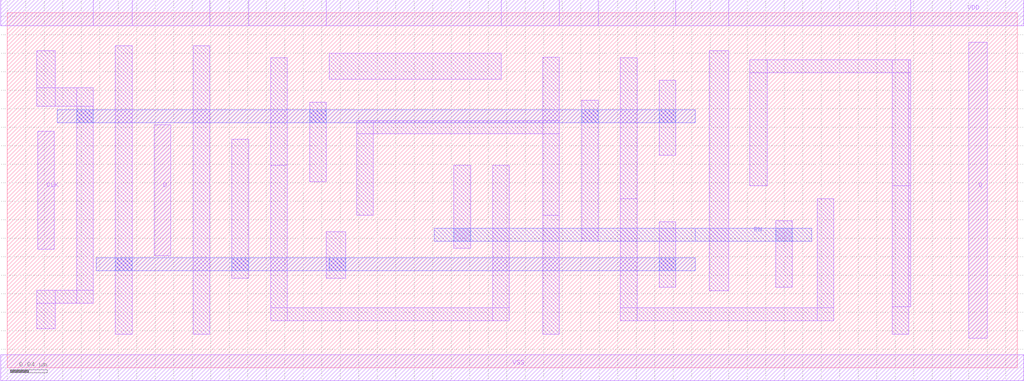
<source format=lef>
VERSION 5.8 ;
BUSBITCHARS "[]" ;
DIVIDERCHAR "/" ;

SITE CORE_TypTyp_0p4_25
  SYMMETRY y ;
  CLASS core ;
SIZE 0.042 BY 0.384 ; 
END CORE_TypTyp_0p4_25



MACRO AND2_X1
  CLASS core ;
  FOREIGN AND2_X1 0.0 0.0 ;
  ORIGIN 0 0 ;
  SYMMETRY X Y ;
  SITE CORE_TypTyp_0p4_25 ;
SIZE 0.252 BY 0.384 ; 
  PIN A1
    DIRECTION INPUT ;
    PORT
      LAYER M1 ;
RECT 0.117 0.128 0.135 0.348   ; 
    END
  END A1
  PIN A2
    DIRECTION INPUT ;
    PORT
      LAYER M1 ;
RECT 0.033 0.063 0.051 0.262   ; 
    END
  END A2
  PIN Z
    DIRECTION OUTPUT ;
    PORT
      LAYER M1 ;
RECT 0.201 0.057 0.219 0.320   ; 
    END
  END Z
  PIN VDD
    DIRECTION INOUT ;
    USE power ;
    SHAPE ABUTMENT ;
    PORT
      LAYER M1 ;
RECT -0.007 0.370 0.177 0.398   ; 
RECT 0.177 0.370 0.259 0.398   ; 
    END
  END VDD
  PIN VSS
    DIRECTION INOUT ;
    USE ground ;
    SHAPE ABUTMENT ;
    PORT
      LAYER M1 ;
RECT -0.007 -0.014 0.259 0.014   ; 
    END
  END VSS
  OBS
      LAYER M1 ;
RECT 0.075 0.081 0.093 0.095   ; 
RECT 0.075 0.095 0.093 0.214   ; 
RECT 0.075 0.214 0.093 0.272   ; 
RECT 0.093 0.081 0.159 0.095   ; 
RECT 0.159 0.081 0.177 0.095   ; 
RECT 0.159 0.095 0.177 0.214   ; 
      LAYER M1 ;
RECT 0.075 0.081 0.093 0.095   ; 
RECT 0.075 0.095 0.093 0.214   ; 
RECT 0.075 0.214 0.093 0.272   ; 
RECT 0.093 0.081 0.159 0.095   ; 
RECT 0.159 0.081 0.177 0.095   ; 
RECT 0.159 0.095 0.177 0.214   ; 
  END
END AND2_X1

MACRO AND2_X2
  CLASS core ;
  FOREIGN AND2_X2 0.0 0.0 ;
  ORIGIN 0 0 ;
  SYMMETRY X Y ;
  SITE CORE_TypTyp_0p4_25 ;
SIZE 0.252 BY 0.384 ; 
  PIN A1
    DIRECTION INPUT ;
    PORT
      LAYER M1 ;
RECT 0.100 0.128 0.116 0.256   ; 
    END
  END A1
  PIN A2
    DIRECTION INPUT ;
    PORT
      LAYER M1 ;
RECT 0.025 0.124 0.047 0.260   ; 
    END
  END A2
  PIN Z
    DIRECTION OUTPUT ;
    PORT
      LAYER M1 ;
RECT 0.170 0.032 0.172 0.065   ; 
RECT 0.170 0.319 0.172 0.352   ; 
RECT 0.172 0.032 0.188 0.065   ; 
RECT 0.172 0.065 0.188 0.319   ; 
RECT 0.172 0.319 0.188 0.352   ; 
    END
  END Z
  PIN VDD
    DIRECTION INOUT ;
    USE power ;
    SHAPE ABUTMENT ;
    PORT
      LAYER M1 ;
RECT -0.006 0.370 0.152 0.398   ; 
RECT 0.152 0.370 0.258 0.398   ; 
    END
  END VDD
  PIN VSS
    DIRECTION INOUT ;
    USE ground ;
    SHAPE ABUTMENT ;
    PORT
      LAYER M1 ;
RECT -0.006 -0.014 0.258 0.014   ; 
    END
  END VSS
  OBS
      LAYER M1 ;
RECT 0.030 0.287 0.046 0.301   ; 
RECT 0.046 0.083 0.136 0.097   ; 
RECT 0.046 0.287 0.136 0.301   ; 
RECT 0.136 0.083 0.152 0.097   ; 
RECT 0.136 0.097 0.152 0.287   ; 
RECT 0.136 0.287 0.152 0.301   ; 
      LAYER M1 ;
RECT 0.030 0.287 0.046 0.301   ; 
RECT 0.046 0.083 0.136 0.097   ; 
RECT 0.046 0.287 0.136 0.301   ; 
RECT 0.136 0.083 0.152 0.097   ; 
RECT 0.136 0.097 0.152 0.287   ; 
RECT 0.136 0.287 0.152 0.301   ; 
  END
END AND2_X2


MACRO AND3_X1
  CLASS core ;
  FOREIGN AND3_X1 0.0 0.0 ;
  ORIGIN 0 0 ;
  SYMMETRY X Y ;
  SITE CORE_TypTyp_0p4_25 ;
SIZE 0.336 BY 0.384 ; 
  PIN A1
    DIRECTION INPUT ;
    PORT
      LAYER M1 ;
RECT 0.201 0.096 0.219 0.288   ; 
    END
  END A1
  PIN A2
    DIRECTION INPUT ;
    PORT
      LAYER M1 ;
RECT 0.113 0.096 0.138 0.288   ; 
    END
  END A2
  PIN A3
    DIRECTION INPUT ;
    PORT
      LAYER M1 ;
RECT 0.032 0.096 0.052 0.288   ; 
    END
  END A3
  PIN Z
    DIRECTION OUTPUT ;
    PORT
      LAYER M1 ;
RECT 0.285 0.057 0.303 0.327   ; 
    END
  END Z
  PIN VDD
    DIRECTION INOUT ;
    USE power ;
    SHAPE ABUTMENT ;
    PORT
      LAYER M1 ;
RECT -0.007 0.370 0.261 0.398   ; 
RECT 0.261 0.370 0.343 0.398   ; 
    END
  END VDD
  PIN VSS
    DIRECTION INOUT ;
    USE ground ;
    SHAPE ABUTMENT ;
    PORT
      LAYER M1 ;
RECT -0.007 -0.014 0.343 0.014   ; 
    END
  END VSS
  OBS
      LAYER M1 ;
RECT 0.052 0.050 0.156 0.066   ; 
RECT 0.035 0.316 0.180 0.330   ; 
RECT 0.180 0.048 0.243 0.068   ; 
RECT 0.180 0.316 0.243 0.330   ; 
RECT 0.243 0.048 0.261 0.068   ; 
RECT 0.243 0.068 0.261 0.316   ; 
RECT 0.243 0.316 0.261 0.330   ; 
      LAYER M1 ;
RECT 0.052 0.050 0.156 0.066   ; 
RECT 0.035 0.316 0.180 0.330   ; 
RECT 0.180 0.048 0.243 0.068   ; 
RECT 0.180 0.316 0.243 0.330   ; 
RECT 0.243 0.048 0.261 0.068   ; 
RECT 0.243 0.068 0.261 0.316   ; 
RECT 0.243 0.316 0.261 0.330   ; 
  END
END AND3_X1

MACRO AND3_X2
  CLASS core ;
  FOREIGN AND3_X2 0.0 0.0 ;
  ORIGIN 0 0 ;
  SYMMETRY X Y ;
  SITE CORE_TypTyp_0p4_25 ;
SIZE 0.336 BY 0.384 ; 
  PIN A1
    DIRECTION INPUT ;
    PORT
      LAYER M1 ;
RECT 0.117 0.160 0.135 0.256   ; 
    END
  END A1
  PIN A2
    DIRECTION INPUT ;
    PORT
      LAYER M1 ;
RECT 0.030 0.128 0.054 0.256   ; 
    END
  END A2
  PIN A3
    DIRECTION INPUT ;
    PORT
      LAYER M1 ;
RECT 0.159 0.151 0.177 0.268   ; 
    END
  END A3
  PIN Z
    DIRECTION OUTPUT ;
    PORT
      LAYER M1 ;
RECT 0.240 0.032 0.243 0.078   ; 
RECT 0.240 0.319 0.243 0.352   ; 
RECT 0.243 0.032 0.261 0.078   ; 
RECT 0.243 0.078 0.261 0.319   ; 
RECT 0.243 0.319 0.261 0.352   ; 
    END
  END Z
  PIN VDD
    DIRECTION INOUT ;
    USE power ;
    SHAPE ABUTMENT ;
    PORT
      LAYER M1 ;
RECT -0.007 0.370 0.219 0.398   ; 
RECT 0.219 0.370 0.343 0.398   ; 
    END
  END VDD
  PIN VSS
    DIRECTION INOUT ;
    USE ground ;
    SHAPE ABUTMENT ;
    PORT
      LAYER M1 ;
RECT -0.007 -0.014 0.343 0.014   ; 
    END
  END VSS
  OBS
      LAYER M1 ;
RECT 0.032 0.036 0.052 0.078   ; 
RECT 0.032 0.078 0.052 0.094   ; 
RECT 0.052 0.078 0.196 0.094   ; 
RECT 0.035 0.290 0.096 0.306   ; 
RECT 0.096 0.112 0.201 0.126   ; 
RECT 0.096 0.290 0.201 0.306   ; 
RECT 0.201 0.112 0.219 0.126   ; 
RECT 0.201 0.126 0.219 0.290   ; 
RECT 0.201 0.290 0.219 0.306   ; 
      LAYER M1 ;
RECT 0.032 0.036 0.052 0.078   ; 
RECT 0.032 0.078 0.052 0.094   ; 
RECT 0.052 0.078 0.196 0.094   ; 
RECT 0.035 0.290 0.096 0.306   ; 
RECT 0.096 0.112 0.201 0.126   ; 
RECT 0.096 0.290 0.201 0.306   ; 
RECT 0.201 0.112 0.219 0.126   ; 
RECT 0.201 0.126 0.219 0.290   ; 
RECT 0.201 0.290 0.219 0.306   ; 
  END
END AND3_X2

MACRO AND4_X1
  CLASS core ;
  FOREIGN AND4_X1 0.0 0.0 ;
  ORIGIN 0 0 ;
  SYMMETRY X Y ;
  SITE CORE_TypTyp_0p4_25 ;
SIZE 0.378 BY 0.384 ; 
  PIN A1
    DIRECTION INPUT ;
    PORT
      LAYER M1 ;
RECT 0.243 0.096 0.261 0.288   ; 
    END
  END A1
  PIN A2
    DIRECTION INPUT ;
    PORT
      LAYER M1 ;
RECT 0.158 0.096 0.178 0.288   ; 
    END
  END A2
  PIN A3
    DIRECTION INPUT ;
    PORT
      LAYER M1 ;
RECT 0.075 0.096 0.093 0.256   ; 
    END
  END A3
  PIN A4
    DIRECTION INPUT ;
    PORT
      LAYER M1 ;
RECT 0.033 0.096 0.051 0.288   ; 
    END
  END A4
  PIN Z
    DIRECTION OUTPUT ;
    PORT
      LAYER M1 ;
RECT 0.327 0.057 0.345 0.327   ; 
    END
  END Z
  PIN VDD
    DIRECTION INOUT ;
    USE power ;
    SHAPE ABUTMENT ;
    PORT
      LAYER M1 ;
RECT -0.007 0.370 0.303 0.398   ; 
RECT 0.303 0.370 0.385 0.398   ; 
    END
  END VDD
  PIN VSS
    DIRECTION INOUT ;
    USE ground ;
    SHAPE ABUTMENT ;
    PORT
      LAYER M1 ;
RECT -0.007 -0.014 0.385 0.014   ; 
    END
  END VSS
  OBS
      LAYER M1 ;
RECT 0.054 0.318 0.222 0.334   ; 
RECT 0.222 0.050 0.285 0.066   ; 
RECT 0.222 0.318 0.285 0.334   ; 
RECT 0.285 0.050 0.303 0.066   ; 
RECT 0.285 0.066 0.303 0.318   ; 
RECT 0.285 0.318 0.303 0.334   ; 
RECT 0.092 0.050 0.196 0.074   ; 
      LAYER M1 ;
RECT 0.054 0.318 0.222 0.334   ; 
RECT 0.222 0.050 0.285 0.066   ; 
RECT 0.222 0.318 0.285 0.334   ; 
RECT 0.285 0.050 0.303 0.066   ; 
RECT 0.285 0.066 0.303 0.318   ; 
RECT 0.285 0.318 0.303 0.334   ; 
RECT 0.092 0.050 0.196 0.074   ; 
  END
END AND4_X1

MACRO AND4_X2
  CLASS core ;
  FOREIGN AND4_X2 0.0 0.0 ;
  ORIGIN 0 0 ;
  SYMMETRY X Y ;
  SITE CORE_TypTyp_0p4_25 ;
SIZE 0.378 BY 0.384 ; 
  PIN A1
    DIRECTION INPUT ;
    PORT
      LAYER M1 ;
RECT 0.219 0.120 0.235 0.288   ; 
    END
  END A1
  PIN A2
    DIRECTION INPUT ;
    PORT
      LAYER M1 ;
RECT 0.143 0.096 0.159 0.289   ; 
    END
  END A2
  PIN A3
    DIRECTION INPUT ;
    PORT
      LAYER M1 ;
RECT 0.067 0.096 0.084 0.289   ; 
    END
  END A3
  PIN A4
    DIRECTION INPUT ;
    PORT
      LAYER M1 ;
RECT 0.030 0.096 0.046 0.289   ; 
    END
  END A4
  PIN Z
    DIRECTION OUTPUT ;
    PORT
      LAYER M1 ;
RECT 0.294 0.048 0.311 0.320   ; 
    END
  END Z
  PIN VDD
    DIRECTION INOUT ;
    USE power ;
    SHAPE ABUTMENT ;
    PORT
      LAYER M1 ;
RECT -0.006 0.370 0.273 0.398   ; 
RECT 0.273 0.370 0.384 0.398   ; 
    END
  END VDD
  PIN VSS
    DIRECTION INOUT ;
    USE ground ;
    SHAPE ABUTMENT ;
    PORT
      LAYER M1 ;
RECT -0.006 -0.014 0.384 0.014   ; 
    END
  END VSS
  OBS
      LAYER M1 ;
RECT 0.084 0.050 0.176 0.066   ; 
RECT 0.048 0.318 0.202 0.334   ; 
RECT 0.202 0.082 0.256 0.098   ; 
RECT 0.202 0.318 0.256 0.334   ; 
RECT 0.256 0.082 0.273 0.098   ; 
RECT 0.256 0.098 0.273 0.318   ; 
RECT 0.256 0.318 0.273 0.334   ; 
      LAYER M1 ;
RECT 0.084 0.050 0.176 0.066   ; 
RECT 0.048 0.318 0.202 0.334   ; 
RECT 0.202 0.082 0.256 0.098   ; 
RECT 0.202 0.318 0.256 0.334   ; 
RECT 0.256 0.082 0.273 0.098   ; 
RECT 0.256 0.098 0.273 0.318   ; 
RECT 0.256 0.318 0.273 0.334   ; 
  END
END AND4_X2

MACRO ANTENNA
  CLASS core ;
  FOREIGN ANTENNA 0.0 0.0 ;
  ORIGIN 0 0 ;
  SYMMETRY X Y ;
  SITE CORE_TypTyp_0p4_25 ;
SIZE 0.126 BY 0.384 ; 
END ANTENNA

MACRO AOI21_X1
  CLASS core ;
  FOREIGN AOI21_X1 0.0 0.0 ;
  ORIGIN 0 0 ;
  SYMMETRY X Y ;
  SITE CORE_TypTyp_0p4_25 ;
SIZE 0.252 BY 0.384 ; 
  PIN A1
    DIRECTION INPUT ;
    PORT
      LAYER M1 ;
RECT 0.117 0.096 0.135 0.256   ; 
    END
  END A1
  PIN A2
    DIRECTION INPUT ;
    PORT
      LAYER M1 ;
RECT 0.033 0.067 0.051 0.256   ; 
    END
  END A2
  PIN B
    DIRECTION INPUT ;
    PORT
      LAYER M1 ;
RECT 0.201 0.096 0.219 0.256   ; 
    END
  END B
  PIN ZN
    DIRECTION OUTPUT ;
    PORT
      LAYER M1 ;
RECT 0.075 0.050 0.093 0.066   ; 
RECT 0.075 0.066 0.093 0.268   ; 
RECT 0.093 0.050 0.201 0.066   ; 
    END
  END ZN
  PIN VDD
    DIRECTION INOUT ;
    USE power ;
    SHAPE ABUTMENT ;
    PORT
      LAYER M1 ;
RECT -0.007 0.370 0.196 0.398   ; 
RECT 0.196 0.370 0.259 0.398   ; 
    END
  END VDD
  PIN VSS
    DIRECTION INOUT ;
    USE ground ;
    SHAPE ABUTMENT ;
    PORT
      LAYER M1 ;
RECT -0.007 -0.014 0.259 0.014   ; 
    END
  END VSS
  OBS
      LAYER M1 ;
RECT 0.032 0.290 0.052 0.306   ; 
RECT 0.032 0.306 0.052 0.352   ; 
RECT 0.052 0.290 0.196 0.306   ; 
      LAYER M1 ;
RECT 0.032 0.290 0.052 0.306   ; 
RECT 0.032 0.306 0.052 0.352   ; 
RECT 0.052 0.290 0.196 0.306   ; 
  END
END AOI21_X1

MACRO AOI21_X2
  CLASS core ;
  FOREIGN AOI21_X2 0.0 0.0 ;
  ORIGIN 0 0 ;
  SYMMETRY X Y ;
  SITE CORE_TypTyp_0p4_25 ;
SIZE 0.252 BY 0.384 ; 
  PIN A1
    DIRECTION INPUT ;
    PORT
      LAYER M1 ;
RECT 0.162 0.151 0.174 0.224   ; 
    END
  END A1
  PIN A2
    DIRECTION INPUT ;
    PORT
      LAYER M1 ;
RECT 0.106 0.115 0.118 0.129   ; 
RECT 0.106 0.129 0.118 0.224   ; 
RECT 0.106 0.224 0.118 0.256   ; 
RECT 0.118 0.115 0.216 0.129   ; 
RECT 0.216 0.115 0.232 0.129   ; 
RECT 0.216 0.129 0.232 0.224   ; 
    END
  END A2
  PIN B
    DIRECTION INPUT ;
    PORT
      LAYER M1 ;
RECT 0.050 0.128 0.062 0.224   ; 
    END
  END B
  PIN ZN
    DIRECTION OUTPUT ;
    PORT
      LAYER M1 ;
RECT 0.034 0.083 0.078 0.097   ; 
RECT 0.078 0.083 0.090 0.097   ; 
RECT 0.078 0.097 0.090 0.245   ; 
RECT 0.078 0.245 0.090 0.286   ; 
RECT 0.078 0.286 0.090 0.299   ; 
RECT 0.090 0.083 0.188 0.097   ; 
RECT 0.090 0.286 0.188 0.299   ; 
RECT 0.188 0.286 0.190 0.299   ; 
RECT 0.190 0.245 0.202 0.286   ; 
RECT 0.190 0.286 0.202 0.299   ; 
    END
  END ZN
  PIN VDD
    DIRECTION INOUT ;
    USE power ;
    SHAPE ABUTMENT ;
    PORT
      LAYER M1 ;
RECT -0.004 0.370 0.230 0.398   ; 
RECT 0.230 0.370 0.234 0.398   ; 
RECT 0.234 0.370 0.256 0.398   ; 
    END
  END VDD
  PIN VSS
    DIRECTION INOUT ;
    USE ground ;
    SHAPE ABUTMENT ;
    PORT
      LAYER M1 ;
RECT -0.004 -0.014 0.256 0.014   ; 
    END
  END VSS
  OBS
      LAYER M1 ;
RECT 0.021 0.275 0.035 0.318   ; 
RECT 0.021 0.318 0.035 0.334   ; 
RECT 0.035 0.318 0.218 0.334   ; 
RECT 0.218 0.258 0.230 0.275   ; 
RECT 0.218 0.275 0.230 0.318   ; 
RECT 0.218 0.318 0.230 0.334   ; 
RECT 0.064 0.051 0.234 0.065   ; 
      LAYER M1 ;
RECT 0.021 0.275 0.035 0.318   ; 
RECT 0.021 0.318 0.035 0.334   ; 
RECT 0.035 0.318 0.218 0.334   ; 
RECT 0.218 0.258 0.230 0.275   ; 
RECT 0.218 0.275 0.230 0.318   ; 
RECT 0.218 0.318 0.230 0.334   ; 
RECT 0.064 0.051 0.234 0.065   ; 
  END
END AOI21_X2

MACRO AOI22_X1
  CLASS core ;
  FOREIGN AOI22_X1 0.0 0.0 ;
  ORIGIN 0 0 ;
  SYMMETRY X Y ;
  SITE CORE_TypTyp_0p4_25 ;
SIZE 0.294 BY 0.384 ; 
  PIN A1
    DIRECTION INPUT ;
    PORT
      LAYER M1 ;
RECT 0.159 0.096 0.177 0.256   ; 
    END
  END A1
  PIN A2
    DIRECTION INPUT ;
    PORT
      LAYER M1 ;
RECT 0.243 0.096 0.261 0.242   ; 
    END
  END A2
  PIN B1
    DIRECTION INPUT ;
    PORT
      LAYER M1 ;
RECT 0.075 0.099 0.093 0.288   ; 
    END
  END B1
  PIN B2
    DIRECTION INPUT ;
    PORT
      LAYER M1 ;
RECT 0.033 0.096 0.051 0.288   ; 
    END
  END B2
  PIN ZN
    DIRECTION OUTPUT ;
    PORT
      LAYER M1 ;
RECT 0.092 0.051 0.201 0.065   ; 
RECT 0.201 0.051 0.219 0.065   ; 
RECT 0.201 0.065 0.219 0.291   ; 
    END
  END ZN
  PIN VDD
    DIRECTION INOUT ;
    USE power ;
    SHAPE ABUTMENT ;
    PORT
      LAYER M1 ;
RECT -0.007 0.370 0.261 0.398   ; 
RECT 0.261 0.370 0.301 0.398   ; 
    END
  END VDD
  PIN VSS
    DIRECTION INOUT ;
    USE ground ;
    SHAPE ABUTMENT ;
    PORT
      LAYER M1 ;
RECT -0.007 -0.014 0.301 0.014   ; 
    END
  END VSS
  OBS
      LAYER M1 ;
RECT 0.054 0.315 0.243 0.337   ; 
RECT 0.243 0.276 0.261 0.315   ; 
RECT 0.243 0.315 0.261 0.337   ; 
      LAYER M1 ;
RECT 0.054 0.315 0.243 0.337   ; 
RECT 0.243 0.276 0.261 0.315   ; 
RECT 0.243 0.315 0.261 0.337   ; 
  END
END AOI22_X1

MACRO AOI22_X2
  CLASS core ;
  FOREIGN AOI22_X2 0.0 0.0 ;
  ORIGIN 0 0 ;
  SYMMETRY X Y ;
  SITE CORE_TypTyp_0p4_25 ;
SIZE 0.294 BY 0.384 ; 
  PIN A1
    DIRECTION INPUT ;
    PORT
      LAYER M1 ;
RECT 0.166 0.137 0.177 0.151   ; 
RECT 0.166 0.151 0.177 0.245   ; 
RECT 0.166 0.245 0.177 0.256   ; 
RECT 0.177 0.137 0.250 0.151   ; 
RECT 0.250 0.137 0.264 0.151   ; 
RECT 0.264 0.137 0.275 0.151   ; 
RECT 0.264 0.151 0.275 0.245   ; 
    END
  END A1
  PIN A2
    DIRECTION INPUT ;
    PORT
      LAYER M1 ;
RECT 0.215 0.185 0.226 0.256   ; 
    END
  END A2
  PIN B1
    DIRECTION INPUT ;
    PORT
      LAYER M1 ;
RECT 0.117 0.153 0.128 0.263   ; 
    END
  END B1
  PIN B2
    DIRECTION INPUT ;
    PORT
      LAYER M1 ;
RECT 0.019 0.121 0.030 0.256   ; 
    END
  END B2
  PIN ZN
    DIRECTION OUTPUT ;
    PORT
      LAYER M1 ;
RECT 0.093 0.100 0.103 0.114   ; 
RECT 0.093 0.114 0.103 0.114   ; 
RECT 0.093 0.114 0.103 0.160   ; 
RECT 0.103 0.100 0.139 0.114   ; 
RECT 0.139 0.100 0.142 0.114   ; 
RECT 0.142 0.100 0.152 0.114   ; 
RECT 0.142 0.114 0.152 0.114   ; 
RECT 0.142 0.114 0.152 0.160   ; 
RECT 0.142 0.160 0.152 0.232   ; 
RECT 0.142 0.232 0.152 0.284   ; 
RECT 0.142 0.284 0.152 0.301   ; 
RECT 0.152 0.100 0.240 0.114   ; 
RECT 0.152 0.114 0.240 0.114   ; 
RECT 0.152 0.284 0.240 0.301   ; 
RECT 0.240 0.100 0.250 0.114   ; 
RECT 0.240 0.114 0.250 0.114   ; 
RECT 0.240 0.232 0.250 0.284   ; 
RECT 0.240 0.284 0.250 0.301   ; 
RECT 0.250 0.100 0.264 0.114   ; 
RECT 0.250 0.114 0.264 0.114   ; 
RECT 0.264 0.048 0.275 0.100   ; 
RECT 0.264 0.100 0.275 0.114   ; 
RECT 0.264 0.114 0.275 0.114   ; 
    END
  END ZN
  PIN VDD
    DIRECTION INOUT ;
    USE power ;
    SHAPE ABUTMENT ;
    PORT
      LAYER M1 ;
RECT -0.004 0.370 0.275 0.398   ; 
RECT 0.275 0.370 0.298 0.398   ; 
    END
  END VDD
  PIN VSS
    DIRECTION INOUT ;
    USE ground ;
    SHAPE ABUTMENT ;
    PORT
      LAYER M1 ;
RECT -0.004 -0.014 0.298 0.014   ; 
    END
  END VSS
  OBS
      LAYER M1 ;
RECT 0.155 0.066 0.240 0.082   ; 
RECT 0.240 0.036 0.250 0.066   ; 
RECT 0.240 0.066 0.250 0.082   ; 
RECT 0.029 0.319 0.264 0.333   ; 
RECT 0.264 0.279 0.275 0.319   ; 
RECT 0.264 0.319 0.275 0.333   ; 
RECT 0.033 0.043 0.139 0.072   ; 
      LAYER M1 ;
RECT 0.155 0.066 0.240 0.082   ; 
RECT 0.240 0.036 0.250 0.066   ; 
RECT 0.240 0.066 0.250 0.082   ; 
RECT 0.029 0.319 0.264 0.333   ; 
RECT 0.264 0.279 0.275 0.319   ; 
RECT 0.264 0.319 0.275 0.333   ; 
RECT 0.033 0.043 0.139 0.072   ; 
  END
END AOI22_X2

MACRO BUF_X1
  CLASS core ;
  FOREIGN BUF_X1 0.0 0.0 ;
  ORIGIN 0 0 ;
  SYMMETRY X Y ;
  SITE CORE_TypTyp_0p4_25 ;
SIZE 0.210 BY 0.384 ; 
  PIN I
    DIRECTION INPUT ;
    PORT
      LAYER M1 ;
RECT 0.033 0.096 0.051 0.288   ; 
    END
  END I
  PIN Z
    DIRECTION OUTPUT ;
    PORT
      LAYER M1 ;
RECT 0.158 0.057 0.178 0.352   ; 
    END
  END Z
  PIN VDD
    DIRECTION INOUT ;
    USE power ;
    SHAPE ABUTMENT ;
    PORT
      LAYER M1 ;
RECT -0.007 0.370 0.094 0.398   ; 
RECT 0.094 0.370 0.217 0.398   ; 
    END
  END VDD
  PIN VSS
    DIRECTION INOUT ;
    USE ground ;
    SHAPE ABUTMENT ;
    PORT
      LAYER M1 ;
RECT -0.007 -0.014 0.217 0.014   ; 
    END
  END VSS
  OBS
      LAYER M1 ;
RECT 0.075 0.036 0.075 0.092   ; 
RECT 0.075 0.092 0.075 0.106   ; 
RECT 0.075 0.214 0.075 0.228   ; 
RECT 0.075 0.228 0.075 0.279   ; 
RECT 0.075 0.036 0.093 0.092   ; 
RECT 0.075 0.092 0.093 0.106   ; 
RECT 0.075 0.106 0.093 0.214   ; 
RECT 0.075 0.214 0.093 0.228   ; 
RECT 0.075 0.228 0.093 0.279   ; 
RECT 0.093 0.092 0.094 0.106   ; 
RECT 0.093 0.106 0.094 0.214   ; 
RECT 0.093 0.214 0.094 0.228   ; 
      LAYER M1 ;
RECT 0.075 0.036 0.075 0.092   ; 
RECT 0.075 0.092 0.075 0.106   ; 
RECT 0.075 0.214 0.075 0.228   ; 
RECT 0.075 0.228 0.075 0.279   ; 
RECT 0.075 0.036 0.093 0.092   ; 
RECT 0.075 0.092 0.093 0.106   ; 
RECT 0.075 0.106 0.093 0.214   ; 
RECT 0.075 0.214 0.093 0.228   ; 
RECT 0.075 0.228 0.093 0.279   ; 
RECT 0.093 0.092 0.094 0.106   ; 
RECT 0.093 0.106 0.094 0.214   ; 
RECT 0.093 0.214 0.094 0.228   ; 
  END
END BUF_X1

MACRO BUF_X2
  CLASS core ;
  FOREIGN BUF_X2 0.0 0.0 ;
  ORIGIN 0 0 ;
  SYMMETRY X Y ;
  SITE CORE_TypTyp_0p4_25 ;
SIZE 0.210 BY 0.384 ; 
  PIN I
    DIRECTION INPUT ;
    PORT
      LAYER M1 ;
RECT 0.033 0.134 0.051 0.256   ; 
    END
  END I
  PIN Z
    DIRECTION OUTPUT ;
    PORT
      LAYER M1 ;
RECT 0.114 0.302 0.116 0.352   ; 
RECT 0.116 0.036 0.117 0.066   ; 
RECT 0.116 0.302 0.117 0.352   ; 
RECT 0.117 0.036 0.135 0.066   ; 
RECT 0.117 0.066 0.135 0.302   ; 
RECT 0.117 0.302 0.135 0.352   ; 
    END
  END Z
  PIN VDD
    DIRECTION INOUT ;
    USE power ;
    SHAPE ABUTMENT ;
    PORT
      LAYER M1 ;
RECT -0.007 0.370 0.093 0.398   ; 
RECT 0.093 0.370 0.217 0.398   ; 
    END
  END VDD
  PIN VSS
    DIRECTION INOUT ;
    USE ground ;
    SHAPE ABUTMENT ;
    PORT
      LAYER M1 ;
RECT -0.007 -0.014 0.217 0.014   ; 
    END
  END VSS
  OBS
      LAYER M1 ;
RECT 0.028 0.278 0.033 0.292   ; 
RECT 0.028 0.292 0.033 0.343   ; 
RECT 0.033 0.048 0.051 0.096   ; 
RECT 0.033 0.096 0.051 0.110   ; 
RECT 0.033 0.278 0.051 0.292   ; 
RECT 0.033 0.292 0.051 0.343   ; 
RECT 0.051 0.096 0.056 0.110   ; 
RECT 0.051 0.278 0.056 0.292   ; 
RECT 0.051 0.292 0.056 0.343   ; 
RECT 0.056 0.096 0.075 0.110   ; 
RECT 0.056 0.278 0.075 0.292   ; 
RECT 0.075 0.096 0.093 0.110   ; 
RECT 0.075 0.110 0.093 0.278   ; 
RECT 0.075 0.278 0.093 0.292   ; 
      LAYER M1 ;
RECT 0.028 0.278 0.033 0.292   ; 
RECT 0.028 0.292 0.033 0.343   ; 
RECT 0.033 0.048 0.051 0.096   ; 
RECT 0.033 0.096 0.051 0.110   ; 
RECT 0.033 0.278 0.051 0.292   ; 
RECT 0.033 0.292 0.051 0.343   ; 
RECT 0.051 0.096 0.056 0.110   ; 
RECT 0.051 0.278 0.056 0.292   ; 
RECT 0.051 0.292 0.056 0.343   ; 
RECT 0.056 0.096 0.075 0.110   ; 
RECT 0.056 0.278 0.075 0.292   ; 
RECT 0.075 0.096 0.093 0.110   ; 
RECT 0.075 0.110 0.093 0.278   ; 
RECT 0.075 0.278 0.093 0.292   ; 
  END
END BUF_X2

MACRO BUF_X4
  CLASS core ;
  FOREIGN BUF_X4 0.0 0.0 ;
  ORIGIN 0 0 ;
  SYMMETRY X Y ;
  SITE CORE_TypTyp_0p4_25 ;
SIZE 0.210 BY 0.384 ; 
  PIN I
    DIRECTION INPUT ;
    PORT
      LAYER M1 ;
RECT 0.073 0.121 0.084 0.263   ; 
    END
  END I
  PIN Z
    DIRECTION OUTPUT ;
    PORT
      LAYER M1 ;
RECT 0.059 0.051 0.086 0.065   ; 
RECT 0.086 0.051 0.111 0.065   ; 
RECT 0.086 0.319 0.111 0.333   ; 
RECT 0.111 0.051 0.151 0.065   ; 
RECT 0.111 0.319 0.151 0.333   ; 
RECT 0.151 0.051 0.164 0.065   ; 
RECT 0.151 0.065 0.164 0.319   ; 
RECT 0.151 0.319 0.164 0.333   ; 
    END
  END Z
  PIN VDD
    DIRECTION INOUT ;
    USE power ;
    SHAPE ABUTMENT ;
    PORT
      LAYER M1 ;
RECT -0.004 0.370 0.111 0.398   ; 
RECT 0.111 0.370 0.214 0.398   ; 
    END
  END VDD
  PIN VSS
    DIRECTION INOUT ;
    USE ground ;
    SHAPE ABUTMENT ;
    PORT
      LAYER M1 ;
RECT -0.004 -0.014 0.214 0.014   ; 
    END
  END VSS
  OBS
      LAYER M1 ;
RECT 0.011 0.083 0.035 0.099   ; 
RECT 0.035 0.083 0.099 0.099   ; 
RECT 0.035 0.285 0.099 0.301   ; 
RECT 0.099 0.083 0.111 0.099   ; 
RECT 0.099 0.099 0.111 0.285   ; 
RECT 0.099 0.285 0.111 0.301   ; 
      LAYER M1 ;
RECT 0.011 0.083 0.035 0.099   ; 
RECT 0.035 0.083 0.099 0.099   ; 
RECT 0.035 0.285 0.099 0.301   ; 
RECT 0.099 0.083 0.111 0.099   ; 
RECT 0.099 0.099 0.111 0.285   ; 
RECT 0.099 0.285 0.111 0.301   ; 
  END
END BUF_X4

MACRO BUF_X8
  CLASS core ;
  FOREIGN BUF_X8 0.0 0.0 ;
  ORIGIN 0 0 ;
  SYMMETRY X Y ;
  SITE CORE_TypTyp_0p4_25 ;
SIZE 0.210 BY 0.384 ; 
  PIN I
    DIRECTION INPUT ;
    PORT
      LAYER M1 ;
RECT 0.012 0.128 0.018 0.183   ; 
RECT 0.012 0.183 0.018 0.199   ; 
RECT 0.012 0.199 0.018 0.256   ; 
RECT 0.018 0.183 0.070 0.199   ; 
    END
  END I
  PIN Z
    DIRECTION OUTPUT ;
    PORT
      LAYER M1 ;
RECT 0.079 0.051 0.164 0.065   ; 
RECT 0.079 0.319 0.164 0.333   ; 
RECT 0.164 0.051 0.177 0.065   ; 
RECT 0.164 0.319 0.177 0.333   ; 
RECT 0.177 0.051 0.183 0.065   ; 
RECT 0.177 0.065 0.183 0.319   ; 
RECT 0.177 0.319 0.183 0.333   ; 
    END
  END Z
  PIN VDD
    DIRECTION INOUT ;
    USE power ;
    SHAPE ABUTMENT ;
    PORT
      LAYER M1 ;
RECT -0.002 0.370 0.164 0.398   ; 
RECT 0.164 0.370 0.212 0.398   ; 
    END
  END VDD
  PIN VSS
    DIRECTION INOUT ;
    USE ground ;
    SHAPE ABUTMENT ;
    PORT
      LAYER M1 ;
RECT -0.002 -0.014 0.212 0.014   ; 
    END
  END VSS
  OBS
      LAYER M1 ;
RECT 0.023 0.049 0.027 0.093   ; 
RECT 0.023 0.093 0.027 0.107   ; 
RECT 0.027 0.049 0.033 0.093   ; 
RECT 0.027 0.093 0.033 0.107   ; 
RECT 0.027 0.264 0.033 0.292   ; 
RECT 0.027 0.292 0.033 0.335   ; 
RECT 0.033 0.049 0.037 0.093   ; 
RECT 0.033 0.093 0.037 0.107   ; 
RECT 0.033 0.264 0.037 0.292   ; 
RECT 0.037 0.093 0.083 0.107   ; 
RECT 0.037 0.264 0.083 0.292   ; 
RECT 0.083 0.093 0.090 0.107   ; 
RECT 0.083 0.107 0.090 0.171   ; 
RECT 0.083 0.171 0.090 0.184   ; 
RECT 0.083 0.184 0.090 0.264   ; 
RECT 0.083 0.264 0.090 0.292   ; 
RECT 0.090 0.171 0.164 0.184   ; 
      LAYER M1 ;
RECT 0.023 0.049 0.027 0.093   ; 
RECT 0.023 0.093 0.027 0.107   ; 
RECT 0.027 0.049 0.033 0.093   ; 
RECT 0.027 0.093 0.033 0.107   ; 
RECT 0.027 0.264 0.033 0.292   ; 
RECT 0.027 0.292 0.033 0.335   ; 
RECT 0.033 0.049 0.037 0.093   ; 
RECT 0.033 0.093 0.037 0.107   ; 
RECT 0.033 0.264 0.037 0.292   ; 
RECT 0.037 0.093 0.083 0.107   ; 
RECT 0.037 0.264 0.083 0.292   ; 
RECT 0.083 0.093 0.090 0.107   ; 
RECT 0.083 0.107 0.090 0.171   ; 
RECT 0.083 0.171 0.090 0.184   ; 
RECT 0.083 0.184 0.090 0.264   ; 
RECT 0.083 0.264 0.090 0.292   ; 
RECT 0.090 0.171 0.164 0.184   ; 
  END
END BUF_X8

MACRO BUF_X12
  CLASS core ;
  FOREIGN BUF_X12 0.0 0.0 ;
  ORIGIN 0 0 ;
  SYMMETRY X Y ;
  SITE CORE_TypTyp_0p4_25 ;
SIZE 0.294 BY 0.384 ; 
  PIN I
    DIRECTION INPUT ;
    PORT
      LAYER M1 ;
RECT 0.010 0.118 0.017 0.183   ; 
RECT 0.010 0.183 0.017 0.199   ; 
RECT 0.010 0.199 0.017 0.258   ; 
RECT 0.017 0.183 0.093 0.199   ; 
    END
  END I
  PIN Z
    DIRECTION OUTPUT ;
    PORT
      LAYER M1 ;
RECT 0.102 0.051 0.234 0.065   ; 
RECT 0.102 0.319 0.234 0.333   ; 
RECT 0.234 0.051 0.248 0.065   ; 
RECT 0.234 0.319 0.248 0.333   ; 
RECT 0.248 0.051 0.255 0.065   ; 
RECT 0.248 0.065 0.255 0.319   ; 
RECT 0.248 0.319 0.255 0.333   ; 
    END
  END Z
  PIN VDD
    DIRECTION INOUT ;
    USE power ;
    SHAPE ABUTMENT ;
    PORT
      LAYER M1 ;
RECT -0.002 0.370 0.234 0.398   ; 
RECT 0.234 0.370 0.282 0.398   ; 
    END
  END VDD
  PIN VSS
    DIRECTION INOUT ;
    USE ground ;
    SHAPE ABUTMENT ;
    PORT
      LAYER M1 ;
RECT -0.002 -0.014 0.282 0.014   ; 
    END
  END VSS
  OBS
      LAYER M1 ;
RECT 0.021 0.276 0.024 0.292   ; 
RECT 0.021 0.292 0.024 0.335   ; 
RECT 0.024 0.049 0.031 0.092   ; 
RECT 0.024 0.092 0.031 0.108   ; 
RECT 0.024 0.276 0.031 0.292   ; 
RECT 0.024 0.292 0.031 0.335   ; 
RECT 0.031 0.092 0.034 0.108   ; 
RECT 0.031 0.276 0.034 0.292   ; 
RECT 0.031 0.292 0.034 0.335   ; 
RECT 0.034 0.092 0.101 0.108   ; 
RECT 0.034 0.276 0.101 0.292   ; 
RECT 0.101 0.092 0.107 0.108   ; 
RECT 0.101 0.108 0.107 0.185   ; 
RECT 0.101 0.185 0.107 0.199   ; 
RECT 0.101 0.199 0.107 0.276   ; 
RECT 0.101 0.276 0.107 0.292   ; 
RECT 0.107 0.185 0.234 0.199   ; 
      LAYER M1 ;
RECT 0.021 0.276 0.024 0.292   ; 
RECT 0.021 0.292 0.024 0.335   ; 
RECT 0.024 0.049 0.031 0.092   ; 
RECT 0.024 0.092 0.031 0.108   ; 
RECT 0.024 0.276 0.031 0.292   ; 
RECT 0.024 0.292 0.031 0.335   ; 
RECT 0.031 0.092 0.034 0.108   ; 
RECT 0.031 0.276 0.034 0.292   ; 
RECT 0.031 0.292 0.034 0.335   ; 
RECT 0.034 0.092 0.101 0.108   ; 
RECT 0.034 0.276 0.101 0.292   ; 
RECT 0.101 0.092 0.107 0.108   ; 
RECT 0.101 0.108 0.107 0.185   ; 
RECT 0.101 0.185 0.107 0.199   ; 
RECT 0.101 0.199 0.107 0.276   ; 
RECT 0.101 0.276 0.107 0.292   ; 
RECT 0.107 0.185 0.234 0.199   ; 
  END
END BUF_X12


MACRO BUF_X16
  CLASS core ;
  FOREIGN BUF_X16 0.0 0.0 ;
  ORIGIN 0 0 ;
  SYMMETRY X Y ;
  SITE CORE_TypTyp_0p4_25 ;
SIZE 0.294 BY 0.384 ; 
  PIN I
    DIRECTION INPUT ;
    PORT
      LAYER M1 ;
RECT 0.008 0.116 0.013 0.178   ; 
RECT 0.008 0.178 0.013 0.206   ; 
RECT 0.008 0.206 0.013 0.256   ; 
RECT 0.013 0.178 0.093 0.206   ; 
    END
  END I
  PIN Z
    DIRECTION OUTPUT ;
    PORT
      LAYER M1 ;
RECT 0.100 0.051 0.245 0.065   ; 
RECT 0.100 0.316 0.245 0.330   ; 
RECT 0.245 0.051 0.256 0.065   ; 
RECT 0.245 0.316 0.256 0.330   ; 
RECT 0.256 0.051 0.261 0.065   ; 
RECT 0.256 0.065 0.261 0.316   ; 
RECT 0.256 0.316 0.261 0.330   ; 
    END
  END Z
  PIN VDD
    DIRECTION INOUT ;
    USE power ;
    SHAPE ABUTMENT ;
    PORT
      LAYER M1 ;
RECT -0.002 0.370 0.245 0.398   ; 
RECT 0.245 0.370 0.282 0.398   ; 
    END
  END VDD
  PIN VSS
    DIRECTION INOUT ;
    USE ground ;
    SHAPE ABUTMENT ;
    PORT
      LAYER M1 ;
RECT -0.002 -0.014 0.282 0.014   ; 
    END
  END VSS
  OBS
      LAYER M1 ;
RECT 0.019 0.049 0.024 0.103   ; 
RECT 0.019 0.103 0.024 0.117   ; 
RECT 0.019 0.229 0.024 0.243   ; 
RECT 0.019 0.243 0.024 0.322   ; 
RECT 0.024 0.103 0.099 0.117   ; 
RECT 0.024 0.229 0.099 0.243   ; 
RECT 0.099 0.103 0.104 0.117   ; 
RECT 0.099 0.117 0.104 0.184   ; 
RECT 0.099 0.184 0.104 0.198   ; 
RECT 0.099 0.198 0.104 0.229   ; 
RECT 0.099 0.229 0.104 0.243   ; 
RECT 0.104 0.184 0.245 0.198   ; 
      LAYER M1 ;
RECT 0.019 0.049 0.024 0.103   ; 
RECT 0.019 0.103 0.024 0.117   ; 
RECT 0.019 0.229 0.024 0.243   ; 
RECT 0.019 0.243 0.024 0.322   ; 
RECT 0.024 0.103 0.099 0.117   ; 
RECT 0.024 0.229 0.099 0.243   ; 
RECT 0.099 0.103 0.104 0.117   ; 
RECT 0.099 0.117 0.104 0.184   ; 
RECT 0.099 0.184 0.104 0.198   ; 
RECT 0.099 0.198 0.104 0.229   ; 
RECT 0.099 0.229 0.104 0.243   ; 
RECT 0.104 0.184 0.245 0.198   ; 
  END
END BUF_X16

MACRO CLKBUF_X1
  CLASS core ;
  FOREIGN CLKBUF_X1 0.0 0.0 ;
  ORIGIN 0 0 ;
  SYMMETRY X Y ;
  SITE CORE_TypTyp_0p4_25 ;
SIZE 0.210 BY 0.384 ; 
  PIN I
    DIRECTION INPUT ;
    PORT
      LAYER M1 ;
RECT 0.033 0.096 0.051 0.288   ; 
    END
  END I
  PIN Z
    DIRECTION OUTPUT ;
    PORT
      LAYER M1 ;
RECT 0.158 0.057 0.178 0.352   ; 
    END
  END Z
  PIN VDD
    DIRECTION INOUT ;
    USE power ;
    SHAPE ABUTMENT ;
    PORT
      LAYER M1 ;
RECT -0.007 0.370 0.094 0.398   ; 
RECT 0.094 0.370 0.217 0.398   ; 
    END
  END VDD
  PIN VSS
    DIRECTION INOUT ;
    USE ground ;
    SHAPE ABUTMENT ;
    PORT
      LAYER M1 ;
RECT -0.007 -0.014 0.217 0.014   ; 
    END
  END VSS
  OBS
      LAYER M1 ;
RECT 0.075 0.036 0.075 0.092   ; 
RECT 0.075 0.092 0.075 0.106   ; 
RECT 0.075 0.196 0.075 0.229   ; 
RECT 0.075 0.229 0.075 0.262   ; 
RECT 0.075 0.036 0.093 0.092   ; 
RECT 0.075 0.092 0.093 0.106   ; 
RECT 0.075 0.106 0.093 0.196   ; 
RECT 0.075 0.196 0.093 0.229   ; 
RECT 0.075 0.229 0.093 0.262   ; 
RECT 0.093 0.092 0.094 0.106   ; 
RECT 0.093 0.106 0.094 0.196   ; 
RECT 0.093 0.196 0.094 0.229   ; 
      LAYER M1 ;
RECT 0.075 0.036 0.075 0.092   ; 
RECT 0.075 0.092 0.075 0.106   ; 
RECT 0.075 0.196 0.075 0.229   ; 
RECT 0.075 0.229 0.075 0.262   ; 
RECT 0.075 0.036 0.093 0.092   ; 
RECT 0.075 0.092 0.093 0.106   ; 
RECT 0.075 0.106 0.093 0.196   ; 
RECT 0.075 0.196 0.093 0.229   ; 
RECT 0.075 0.229 0.093 0.262   ; 
RECT 0.093 0.092 0.094 0.106   ; 
RECT 0.093 0.106 0.094 0.196   ; 
RECT 0.093 0.196 0.094 0.229   ; 
  END
END CLKBUF_X1

MACRO CLKBUF_X2
  CLASS core ;
  FOREIGN CLKBUF_X2 0.0 0.0 ;
  ORIGIN 0 0 ;
  SYMMETRY X Y ;
  SITE CORE_TypTyp_0p4_25 ;
SIZE 0.210 BY 0.384 ; 
  PIN I
    DIRECTION INPUT ;
    PORT
      LAYER M1 ;
RECT 0.033 0.148 0.051 0.256   ; 
    END
  END I
  PIN Z
    DIRECTION OUTPUT ;
    PORT
      LAYER M1 ;
RECT 0.114 0.319 0.117 0.352   ; 
RECT 0.117 0.036 0.135 0.319   ; 
RECT 0.117 0.319 0.135 0.352   ; 
    END
  END Z
  PIN VDD
    DIRECTION INOUT ;
    USE power ;
    SHAPE ABUTMENT ;
    PORT
      LAYER M1 ;
RECT -0.007 0.370 0.093 0.398   ; 
RECT 0.093 0.370 0.217 0.398   ; 
    END
  END VDD
  PIN VSS
    DIRECTION INOUT ;
    USE ground ;
    SHAPE ABUTMENT ;
    PORT
      LAYER M1 ;
RECT -0.007 -0.014 0.217 0.014   ; 
    END
  END VSS
  OBS
      LAYER M1 ;
RECT 0.032 0.065 0.052 0.096   ; 
RECT 0.032 0.096 0.052 0.110   ; 
RECT 0.032 0.278 0.052 0.292   ; 
RECT 0.032 0.292 0.052 0.343   ; 
RECT 0.052 0.096 0.075 0.110   ; 
RECT 0.052 0.278 0.075 0.292   ; 
RECT 0.075 0.096 0.093 0.110   ; 
RECT 0.075 0.110 0.093 0.278   ; 
RECT 0.075 0.278 0.093 0.292   ; 
      LAYER M1 ;
RECT 0.032 0.065 0.052 0.096   ; 
RECT 0.032 0.096 0.052 0.110   ; 
RECT 0.032 0.278 0.052 0.292   ; 
RECT 0.032 0.292 0.052 0.343   ; 
RECT 0.052 0.096 0.075 0.110   ; 
RECT 0.052 0.278 0.075 0.292   ; 
RECT 0.075 0.096 0.093 0.110   ; 
RECT 0.075 0.110 0.093 0.278   ; 
RECT 0.075 0.278 0.093 0.292   ; 
  END
END CLKBUF_X2

MACRO CLKBUF_X4
  CLASS core ;
  FOREIGN CLKBUF_X4 0.0 0.0 ;
  ORIGIN 0 0 ;
  SYMMETRY X Y ;
  SITE CORE_TypTyp_0p4_25 ;
SIZE 0.210 BY 0.384 ; 
  PIN I
    DIRECTION INPUT ;
    PORT
      LAYER M1 ;
RECT 0.047 0.121 0.058 0.263   ; 
    END
  END I
  PIN Z
    DIRECTION OUTPUT ;
    PORT
      LAYER M1 ;
RECT 0.059 0.051 0.084 0.065   ; 
RECT 0.084 0.051 0.084 0.065   ; 
RECT 0.084 0.319 0.084 0.333   ; 
RECT 0.084 0.051 0.151 0.065   ; 
RECT 0.084 0.319 0.151 0.333   ; 
RECT 0.151 0.051 0.164 0.065   ; 
RECT 0.151 0.065 0.164 0.319   ; 
RECT 0.151 0.319 0.164 0.333   ; 
    END
  END Z
  PIN VDD
    DIRECTION INOUT ;
    USE power ;
    SHAPE ABUTMENT ;
    PORT
      LAYER M1 ;
RECT -0.004 0.370 0.084 0.398   ; 
RECT 0.084 0.370 0.214 0.398   ; 
    END
  END VDD
  PIN VSS
    DIRECTION INOUT ;
    USE ground ;
    SHAPE ABUTMENT ;
    PORT
      LAYER M1 ;
RECT -0.004 -0.014 0.214 0.014   ; 
    END
  END VSS
  OBS
      LAYER M1 ;
RECT 0.017 0.083 0.034 0.097   ; 
RECT 0.034 0.083 0.073 0.097   ; 
RECT 0.034 0.287 0.073 0.301   ; 
RECT 0.073 0.083 0.084 0.097   ; 
RECT 0.073 0.097 0.084 0.287   ; 
RECT 0.073 0.287 0.084 0.301   ; 
      LAYER M1 ;
RECT 0.017 0.083 0.034 0.097   ; 
RECT 0.034 0.083 0.073 0.097   ; 
RECT 0.034 0.287 0.073 0.301   ; 
RECT 0.073 0.083 0.084 0.097   ; 
RECT 0.073 0.097 0.084 0.287   ; 
RECT 0.073 0.287 0.084 0.301   ; 
  END
END CLKBUF_X4

MACRO CLKBUF_X8
  CLASS core ;
  FOREIGN CLKBUF_X8 0.0 0.0 ;
  ORIGIN 0 0 ;
  SYMMETRY X Y ;
  SITE CORE_TypTyp_0p4_25 ;
SIZE 0.210 BY 0.384 ; 
  PIN I
    DIRECTION INPUT ;
    PORT
      LAYER M1 ;
RECT 0.012 0.128 0.018 0.164   ; 
RECT 0.012 0.164 0.018 0.178   ; 
RECT 0.012 0.178 0.018 0.256   ; 
RECT 0.018 0.128 0.019 0.164   ; 
RECT 0.018 0.164 0.019 0.178   ; 
RECT 0.019 0.164 0.075 0.178   ; 
    END
  END I
  PIN Z
    DIRECTION OUTPUT ;
    PORT
      LAYER M1 ;
RECT 0.079 0.051 0.168 0.065   ; 
RECT 0.079 0.319 0.168 0.333   ; 
RECT 0.168 0.051 0.177 0.065   ; 
RECT 0.168 0.319 0.177 0.333   ; 
RECT 0.177 0.051 0.183 0.065   ; 
RECT 0.177 0.065 0.183 0.319   ; 
RECT 0.177 0.319 0.183 0.333   ; 
    END
  END Z
  PIN VDD
    DIRECTION INOUT ;
    USE power ;
    SHAPE ABUTMENT ;
    PORT
      LAYER M1 ;
RECT -0.002 0.370 0.168 0.398   ; 
RECT 0.168 0.370 0.212 0.398   ; 
    END
  END VDD
  PIN VSS
    DIRECTION INOUT ;
    USE ground ;
    SHAPE ABUTMENT ;
    PORT
      LAYER M1 ;
RECT -0.002 -0.014 0.212 0.014   ; 
    END
  END VSS
  OBS
      LAYER M1 ;
RECT 0.012 0.083 0.027 0.097   ; 
RECT 0.027 0.083 0.033 0.097   ; 
RECT 0.027 0.225 0.033 0.241   ; 
RECT 0.027 0.241 0.033 0.271   ; 
RECT 0.033 0.083 0.095 0.097   ; 
RECT 0.033 0.225 0.095 0.241   ; 
RECT 0.095 0.083 0.102 0.097   ; 
RECT 0.095 0.097 0.102 0.178   ; 
RECT 0.095 0.178 0.102 0.207   ; 
RECT 0.095 0.207 0.102 0.225   ; 
RECT 0.095 0.225 0.102 0.241   ; 
RECT 0.102 0.178 0.168 0.207   ; 
      LAYER M1 ;
RECT 0.012 0.083 0.027 0.097   ; 
RECT 0.027 0.083 0.033 0.097   ; 
RECT 0.027 0.225 0.033 0.241   ; 
RECT 0.027 0.241 0.033 0.271   ; 
RECT 0.033 0.083 0.095 0.097   ; 
RECT 0.033 0.225 0.095 0.241   ; 
RECT 0.095 0.083 0.102 0.097   ; 
RECT 0.095 0.097 0.102 0.178   ; 
RECT 0.095 0.178 0.102 0.207   ; 
RECT 0.095 0.207 0.102 0.225   ; 
RECT 0.095 0.225 0.102 0.241   ; 
RECT 0.102 0.178 0.168 0.207   ; 
  END
END CLKBUF_X8

MACRO CLKBUF_X12
  CLASS core ;
  FOREIGN CLKBUF_X12 0.0 0.0 ;
  ORIGIN 0 0 ;
  SYMMETRY X Y ;
  SITE CORE_TypTyp_0p4_25 ;
SIZE 0.294 BY 0.384 ; 
  PIN I
    DIRECTION INPUT ;
    PORT
      LAYER M1 ;
RECT 0.010 0.119 0.018 0.168   ; 
RECT 0.010 0.168 0.018 0.184   ; 
RECT 0.010 0.184 0.018 0.265   ; 
RECT 0.018 0.168 0.093 0.184   ; 
    END
  END I
  PIN Z
    DIRECTION OUTPUT ;
    PORT
      LAYER M1 ;
RECT 0.102 0.051 0.218 0.065   ; 
RECT 0.102 0.319 0.218 0.333   ; 
RECT 0.218 0.051 0.248 0.065   ; 
RECT 0.218 0.319 0.248 0.333   ; 
RECT 0.248 0.051 0.255 0.065   ; 
RECT 0.248 0.065 0.255 0.319   ; 
RECT 0.248 0.319 0.255 0.333   ; 
    END
  END Z
  PIN VDD
    DIRECTION INOUT ;
    USE power ;
    SHAPE ABUTMENT ;
    PORT
      LAYER M1 ;
RECT -0.002 0.370 0.218 0.398   ; 
RECT 0.218 0.370 0.282 0.398   ; 
    END
  END VDD
  PIN VSS
    DIRECTION INOUT ;
    USE ground ;
    SHAPE ABUTMENT ;
    PORT
      LAYER M1 ;
RECT -0.002 -0.014 0.282 0.014   ; 
    END
  END VSS
  OBS
      LAYER M1 ;
RECT 0.009 0.083 0.025 0.097   ; 
RECT 0.025 0.083 0.031 0.097   ; 
RECT 0.025 0.275 0.031 0.289   ; 
RECT 0.025 0.289 0.031 0.335   ; 
RECT 0.031 0.083 0.101 0.097   ; 
RECT 0.031 0.275 0.101 0.289   ; 
RECT 0.101 0.083 0.107 0.097   ; 
RECT 0.101 0.097 0.107 0.157   ; 
RECT 0.101 0.157 0.107 0.173   ; 
RECT 0.101 0.173 0.107 0.275   ; 
RECT 0.101 0.275 0.107 0.289   ; 
RECT 0.107 0.083 0.108 0.097   ; 
RECT 0.107 0.097 0.108 0.157   ; 
RECT 0.107 0.157 0.108 0.173   ; 
RECT 0.108 0.157 0.218 0.173   ; 
      LAYER M1 ;
RECT 0.009 0.083 0.025 0.097   ; 
RECT 0.025 0.083 0.031 0.097   ; 
RECT 0.025 0.275 0.031 0.289   ; 
RECT 0.025 0.289 0.031 0.335   ; 
RECT 0.031 0.083 0.101 0.097   ; 
RECT 0.031 0.275 0.101 0.289   ; 
RECT 0.101 0.083 0.107 0.097   ; 
RECT 0.101 0.097 0.107 0.157   ; 
RECT 0.101 0.157 0.107 0.173   ; 
RECT 0.101 0.173 0.107 0.275   ; 
RECT 0.101 0.275 0.107 0.289   ; 
RECT 0.107 0.083 0.108 0.097   ; 
RECT 0.107 0.097 0.108 0.157   ; 
RECT 0.107 0.157 0.108 0.173   ; 
RECT 0.108 0.157 0.218 0.173   ; 
  END
END CLKBUF_X12

MACRO CLKBUF_X16
  CLASS core ;
  FOREIGN CLKBUF_X16 0.0 0.0 ;
  ORIGIN 0 0 ;
  SYMMETRY X Y ;
  SITE CORE_TypTyp_0p4_25 ;
SIZE 0.294 BY 0.384 ; 
  PIN I
    DIRECTION INPUT ;
    PORT
      LAYER M1 ;
RECT 0.008 0.111 0.013 0.163   ; 
RECT 0.008 0.163 0.013 0.179   ; 
RECT 0.008 0.179 0.013 0.263   ; 
RECT 0.013 0.163 0.093 0.179   ; 
    END
  END I
  PIN Z
    DIRECTION OUTPUT ;
    PORT
      LAYER M1 ;
RECT 0.100 0.043 0.245 0.072   ; 
RECT 0.100 0.312 0.245 0.341   ; 
RECT 0.245 0.043 0.256 0.072   ; 
RECT 0.245 0.312 0.256 0.341   ; 
RECT 0.256 0.043 0.261 0.072   ; 
RECT 0.256 0.072 0.261 0.312   ; 
RECT 0.256 0.312 0.261 0.341   ; 
    END
  END Z
  PIN VDD
    DIRECTION INOUT ;
    USE power ;
    SHAPE ABUTMENT ;
    PORT
      LAYER M1 ;
RECT -0.002 0.370 0.245 0.398   ; 
RECT 0.245 0.370 0.282 0.398   ; 
    END
  END VDD
  PIN VSS
    DIRECTION INOUT ;
    USE ground ;
    SHAPE ABUTMENT ;
    PORT
      LAYER M1 ;
RECT -0.002 -0.014 0.282 0.014   ; 
    END
  END VSS
  OBS
      LAYER M1 ;
RECT 0.019 0.055 0.024 0.103   ; 
RECT 0.019 0.103 0.024 0.117   ; 
RECT 0.019 0.263 0.024 0.281   ; 
RECT 0.019 0.281 0.024 0.319   ; 
RECT 0.024 0.103 0.100 0.117   ; 
RECT 0.024 0.263 0.100 0.281   ; 
RECT 0.100 0.103 0.110 0.117   ; 
RECT 0.100 0.117 0.110 0.158   ; 
RECT 0.100 0.158 0.110 0.172   ; 
RECT 0.100 0.172 0.110 0.263   ; 
RECT 0.100 0.263 0.110 0.281   ; 
RECT 0.110 0.158 0.245 0.172   ; 
      LAYER M1 ;
RECT 0.019 0.055 0.024 0.103   ; 
RECT 0.019 0.103 0.024 0.117   ; 
RECT 0.019 0.263 0.024 0.281   ; 
RECT 0.019 0.281 0.024 0.319   ; 
RECT 0.024 0.103 0.100 0.117   ; 
RECT 0.024 0.263 0.100 0.281   ; 
RECT 0.100 0.103 0.110 0.117   ; 
RECT 0.100 0.117 0.110 0.158   ; 
RECT 0.100 0.158 0.110 0.172   ; 
RECT 0.100 0.172 0.110 0.263   ; 
RECT 0.100 0.263 0.110 0.281   ; 
RECT 0.110 0.158 0.245 0.172   ; 
  END
END CLKBUF_X16

MACRO DFFRNQ_X1
  CLASS core ;
  FOREIGN DFFRNQ_X1 0.0 0.0 ;
  ORIGIN 0 0 ;
  SYMMETRY X Y ;
  SITE CORE_TypTyp_0p4_25 ;
SIZE 1.092 BY 0.384 ; 
  PIN D
    DIRECTION INPUT ;
    PORT
      LAYER M1 ;
RECT 0.159 0.121 0.177 0.263   ; 
    END
  END D
  PIN RN
    DIRECTION INPUT ;
    PORT
      LAYER MINT1 ;
RECT 0.462 0.137 0.744 0.151   ; 
RECT 0.744 0.137 0.870 0.151   ; 
    END
  END RN
  PIN CLK
    DIRECTION INPUT ;
    USE clock ;
    PORT
      LAYER M1 ;
RECT 0.033 0.128 0.051 0.256   ; 
    END
  END CLK
  PIN Q
    DIRECTION OUTPUT ;
    PORT
      LAYER M1 ;
RECT 1.040 0.032 1.060 0.352   ; 
    END
  END Q
  PIN VDD
    DIRECTION INOUT ;
    USE power ;
    SHAPE ABUTMENT ;
    PORT
      LAYER M1 ;
RECT -0.007 0.370 0.093 0.398   ; 
RECT 0.093 0.370 0.135 0.398   ; 
RECT 0.135 0.370 0.219 0.398   ; 
RECT 0.219 0.370 0.261 0.398   ; 
RECT 0.261 0.370 0.345 0.398   ; 
RECT 0.345 0.370 0.534 0.398   ; 
RECT 0.534 0.370 0.597 0.398   ; 
RECT 0.597 0.370 0.639 0.398   ; 
RECT 0.639 0.370 0.723 0.398   ; 
RECT 0.723 0.370 0.780 0.398   ; 
RECT 0.780 0.370 0.977 0.398   ; 
RECT 0.977 0.370 1.099 0.398   ; 
    END
  END VDD
  PIN VSS
    DIRECTION INOUT ;
    USE ground ;
    SHAPE ABUTMENT ;
    PORT
      LAYER M1 ;
RECT -0.007 -0.014 1.099 0.014   ; 
    END
  END VSS
  OBS
      LAYER MINT1 ;
RECT 0.096 0.105 0.744 0.119   ; 
RECT 0.054 0.265 0.744 0.279   ; 
      LAYER MINT1 ;
RECT 0.096 0.105 0.744 0.119   ; 
RECT 0.054 0.265 0.744 0.279   ; 
      LAYER M1 ;
RECT 0.117 0.036 0.135 0.348   ; 
RECT 0.201 0.036 0.219 0.348   ; 
RECT 0.348 0.312 0.534 0.340   ; 
RECT 0.285 0.051 0.303 0.065   ; 
RECT 0.285 0.065 0.303 0.219   ; 
RECT 0.285 0.219 0.303 0.335   ; 
RECT 0.303 0.051 0.525 0.065   ; 
RECT 0.525 0.051 0.543 0.065   ; 
RECT 0.525 0.065 0.543 0.219   ; 
RECT 0.378 0.165 0.396 0.253   ; 
RECT 0.378 0.253 0.396 0.267   ; 
RECT 0.396 0.253 0.579 0.267   ; 
RECT 0.579 0.036 0.597 0.165   ; 
RECT 0.579 0.165 0.597 0.253   ; 
RECT 0.579 0.253 0.597 0.267   ; 
RECT 0.579 0.267 0.597 0.336   ; 
RECT 0.663 0.051 0.681 0.065   ; 
RECT 0.663 0.065 0.681 0.183   ; 
RECT 0.663 0.183 0.681 0.335   ; 
RECT 0.681 0.051 0.876 0.065   ; 
RECT 0.876 0.051 0.894 0.065   ; 
RECT 0.876 0.065 0.894 0.183   ; 
RECT 0.803 0.197 0.822 0.319   ; 
RECT 0.803 0.319 0.822 0.333   ; 
RECT 0.822 0.319 0.957 0.333   ; 
RECT 0.957 0.036 0.975 0.066   ; 
RECT 0.957 0.066 0.975 0.197   ; 
RECT 0.957 0.197 0.975 0.319   ; 
RECT 0.957 0.319 0.975 0.333   ; 
RECT 0.975 0.066 0.977 0.197   ; 
RECT 0.975 0.197 0.977 0.319   ; 
RECT 0.975 0.319 0.977 0.333   ; 
RECT 0.032 0.042 0.052 0.070   ; 
RECT 0.032 0.070 0.052 0.084   ; 
RECT 0.032 0.283 0.052 0.303   ; 
RECT 0.032 0.303 0.052 0.343   ; 
RECT 0.052 0.070 0.075 0.084   ; 
RECT 0.052 0.283 0.075 0.303   ; 
RECT 0.075 0.070 0.093 0.084   ; 
RECT 0.075 0.084 0.093 0.283   ; 
RECT 0.075 0.283 0.093 0.303   ; 
RECT 0.243 0.097 0.261 0.247   ; 
RECT 0.327 0.201 0.345 0.287   ; 
RECT 0.345 0.097 0.366 0.147   ; 
RECT 0.483 0.129 0.501 0.219   ; 
RECT 0.621 0.137 0.639 0.289   ; 
RECT 0.705 0.087 0.723 0.158   ; 
RECT 0.705 0.230 0.723 0.311   ; 
RECT 0.759 0.083 0.780 0.343   ; 
RECT 0.831 0.087 0.849 0.159   ; 
      LAYER V1 ;
RECT 0.075 0.265 0.093 0.279   ; 
RECT 0.117 0.105 0.135 0.119   ; 
RECT 0.243 0.105 0.261 0.119   ; 
RECT 0.327 0.265 0.345 0.279   ; 
RECT 0.348 0.105 0.366 0.119   ; 
RECT 0.483 0.137 0.501 0.151   ; 
RECT 0.621 0.265 0.639 0.279   ; 
RECT 0.705 0.105 0.723 0.119   ; 
RECT 0.705 0.265 0.723 0.279   ; 
RECT 0.831 0.137 0.849 0.151   ; 
      LAYER M1 ;
RECT 0.117 0.036 0.135 0.348   ; 
RECT 0.201 0.036 0.219 0.348   ; 
RECT 0.348 0.312 0.534 0.340   ; 
RECT 0.285 0.051 0.303 0.065   ; 
RECT 0.285 0.065 0.303 0.219   ; 
RECT 0.285 0.219 0.303 0.335   ; 
RECT 0.303 0.051 0.525 0.065   ; 
RECT 0.525 0.051 0.543 0.065   ; 
RECT 0.525 0.065 0.543 0.219   ; 
RECT 0.378 0.165 0.396 0.253   ; 
RECT 0.378 0.253 0.396 0.267   ; 
RECT 0.396 0.253 0.579 0.267   ; 
RECT 0.579 0.036 0.597 0.165   ; 
RECT 0.579 0.165 0.597 0.253   ; 
RECT 0.579 0.253 0.597 0.267   ; 
RECT 0.579 0.267 0.597 0.336   ; 
RECT 0.663 0.051 0.681 0.065   ; 
RECT 0.663 0.065 0.681 0.183   ; 
RECT 0.663 0.183 0.681 0.335   ; 
RECT 0.681 0.051 0.876 0.065   ; 
RECT 0.876 0.051 0.894 0.065   ; 
RECT 0.876 0.065 0.894 0.183   ; 
RECT 0.803 0.197 0.822 0.319   ; 
RECT 0.803 0.319 0.822 0.333   ; 
RECT 0.822 0.319 0.957 0.333   ; 
RECT 0.957 0.036 0.975 0.066   ; 
RECT 0.957 0.066 0.975 0.197   ; 
RECT 0.957 0.197 0.975 0.319   ; 
RECT 0.957 0.319 0.975 0.333   ; 
RECT 0.975 0.066 0.977 0.197   ; 
RECT 0.975 0.197 0.977 0.319   ; 
RECT 0.975 0.319 0.977 0.333   ; 
RECT 0.032 0.042 0.052 0.070   ; 
RECT 0.032 0.070 0.052 0.084   ; 
RECT 0.032 0.283 0.052 0.303   ; 
RECT 0.032 0.303 0.052 0.343   ; 
RECT 0.052 0.070 0.075 0.084   ; 
RECT 0.052 0.283 0.075 0.303   ; 
RECT 0.075 0.070 0.093 0.084   ; 
RECT 0.075 0.084 0.093 0.283   ; 
RECT 0.075 0.283 0.093 0.303   ; 
RECT 0.243 0.097 0.261 0.247   ; 
RECT 0.327 0.201 0.345 0.287   ; 
RECT 0.345 0.097 0.366 0.147   ; 
RECT 0.483 0.129 0.501 0.219   ; 
RECT 0.621 0.137 0.639 0.289   ; 
RECT 0.705 0.087 0.723 0.158   ; 
RECT 0.705 0.230 0.723 0.311   ; 
RECT 0.759 0.083 0.780 0.343   ; 
RECT 0.831 0.087 0.849 0.159   ; 
  END
END DFFRNQ_X1

MACRO DFFSNQ_X1
  CLASS core ;
  FOREIGN DFFSNQ_X1 0.0 0.0 ;
  ORIGIN 0 0 ;
  SYMMETRY X Y ;
  SITE CORE_TypTyp_0p4_25 ;
SIZE 1.092 BY 0.384 ; 
  PIN D
    DIRECTION INPUT ;
    PORT
      LAYER M1 ;
RECT 0.159 0.121 0.177 0.263   ; 
    END
  END D
  PIN SN
    DIRECTION INPUT ;
    PORT
      LAYER MINT1 ;
RECT 0.474 0.137 0.744 0.151   ; 
RECT 0.744 0.137 0.870 0.151   ; 
    END
  END SN
  PIN CLK
    DIRECTION INPUT ;
    USE clock ;
    PORT
      LAYER M1 ;
RECT 0.033 0.128 0.051 0.256   ; 
    END
  END CLK
  PIN Q
    DIRECTION OUTPUT ;
    PORT
      LAYER M1 ;
RECT 1.040 0.032 1.060 0.352   ; 
    END
  END Q
  PIN VDD
    DIRECTION INOUT ;
    USE power ;
    SHAPE ABUTMENT ;
    PORT
      LAYER M1 ;
RECT -0.007 0.370 0.093 0.398   ; 
RECT 0.093 0.370 0.135 0.398   ; 
RECT 0.135 0.370 0.219 0.398   ; 
RECT 0.219 0.370 0.261 0.398   ; 
RECT 0.261 0.370 0.345 0.398   ; 
RECT 0.345 0.370 0.364 0.398   ; 
RECT 0.364 0.370 0.597 0.398   ; 
RECT 0.597 0.370 0.639 0.398   ; 
RECT 0.639 0.370 0.726 0.398   ; 
RECT 0.726 0.370 0.912 0.398   ; 
RECT 0.912 0.370 0.977 0.398   ; 
RECT 0.977 0.370 1.099 0.398   ; 
    END
  END VDD
  PIN VSS
    DIRECTION INOUT ;
    USE ground ;
    SHAPE ABUTMENT ;
    PORT
      LAYER M1 ;
RECT -0.007 -0.014 1.099 0.014   ; 
    END
  END VSS
  OBS
      LAYER MINT1 ;
RECT 0.096 0.105 0.744 0.119   ; 
RECT 0.054 0.265 0.744 0.279   ; 
      LAYER MINT1 ;
RECT 0.096 0.105 0.744 0.119   ; 
RECT 0.054 0.265 0.744 0.279   ; 
      LAYER M1 ;
RECT 0.117 0.036 0.135 0.348   ; 
RECT 0.201 0.036 0.219 0.348   ; 
RECT 0.285 0.061 0.303 0.075   ; 
RECT 0.285 0.075 0.303 0.183   ; 
RECT 0.285 0.183 0.303 0.335   ; 
RECT 0.303 0.061 0.537 0.075   ; 
RECT 0.537 0.061 0.555 0.075   ; 
RECT 0.537 0.075 0.555 0.183   ; 
RECT 0.621 0.137 0.639 0.287   ; 
RECT 0.705 0.097 0.726 0.162   ; 
RECT 0.705 0.196 0.726 0.297   ; 
RECT 0.831 0.093 0.849 0.159   ; 
RECT 0.789 0.197 0.807 0.287   ; 
RECT 0.789 0.287 0.807 0.301   ; 
RECT 0.807 0.287 0.957 0.301   ; 
RECT 0.957 0.036 0.975 0.066   ; 
RECT 0.957 0.066 0.975 0.197   ; 
RECT 0.957 0.197 0.975 0.287   ; 
RECT 0.957 0.287 0.975 0.301   ; 
RECT 0.975 0.066 0.977 0.197   ; 
RECT 0.975 0.197 0.977 0.287   ; 
RECT 0.975 0.287 0.977 0.301   ; 
RECT 0.030 0.041 0.032 0.069   ; 
RECT 0.030 0.069 0.032 0.088   ; 
RECT 0.032 0.041 0.052 0.069   ; 
RECT 0.032 0.069 0.052 0.088   ; 
RECT 0.032 0.283 0.052 0.303   ; 
RECT 0.032 0.303 0.052 0.343   ; 
RECT 0.052 0.041 0.054 0.069   ; 
RECT 0.052 0.069 0.054 0.088   ; 
RECT 0.052 0.283 0.054 0.303   ; 
RECT 0.054 0.069 0.075 0.088   ; 
RECT 0.054 0.283 0.075 0.303   ; 
RECT 0.075 0.069 0.093 0.088   ; 
RECT 0.075 0.088 0.093 0.283   ; 
RECT 0.075 0.283 0.093 0.303   ; 
RECT 0.243 0.097 0.261 0.247   ; 
RECT 0.327 0.201 0.345 0.295   ; 
RECT 0.345 0.097 0.364 0.152   ; 
RECT 0.495 0.129 0.513 0.183   ; 
RECT 0.399 0.137 0.417 0.287   ; 
RECT 0.399 0.287 0.417 0.301   ; 
RECT 0.417 0.287 0.576 0.301   ; 
RECT 0.576 0.287 0.579 0.301   ; 
RECT 0.576 0.301 0.579 0.343   ; 
RECT 0.579 0.048 0.597 0.137   ; 
RECT 0.579 0.137 0.597 0.287   ; 
RECT 0.579 0.287 0.597 0.301   ; 
RECT 0.579 0.301 0.597 0.343   ; 
RECT 0.663 0.057 0.681 0.071   ; 
RECT 0.663 0.071 0.681 0.183   ; 
RECT 0.663 0.183 0.681 0.336   ; 
RECT 0.681 0.057 0.887 0.071   ; 
RECT 0.887 0.057 0.906 0.071   ; 
RECT 0.887 0.071 0.906 0.183   ; 
RECT 0.726 0.319 0.912 0.333   ; 
      LAYER V1 ;
RECT 0.075 0.265 0.093 0.279   ; 
RECT 0.117 0.105 0.135 0.119   ; 
RECT 0.243 0.105 0.261 0.119   ; 
RECT 0.327 0.265 0.345 0.279   ; 
RECT 0.345 0.105 0.364 0.119   ; 
RECT 0.495 0.137 0.513 0.151   ; 
RECT 0.621 0.265 0.639 0.279   ; 
RECT 0.705 0.105 0.723 0.119   ; 
RECT 0.705 0.265 0.723 0.279   ; 
RECT 0.831 0.137 0.849 0.151   ; 
      LAYER M1 ;
RECT 0.117 0.036 0.135 0.348   ; 
RECT 0.201 0.036 0.219 0.348   ; 
RECT 0.285 0.061 0.303 0.075   ; 
RECT 0.285 0.075 0.303 0.183   ; 
RECT 0.285 0.183 0.303 0.335   ; 
RECT 0.303 0.061 0.537 0.075   ; 
RECT 0.537 0.061 0.555 0.075   ; 
RECT 0.537 0.075 0.555 0.183   ; 
RECT 0.621 0.137 0.639 0.287   ; 
RECT 0.705 0.097 0.726 0.162   ; 
RECT 0.705 0.196 0.726 0.297   ; 
RECT 0.831 0.093 0.849 0.159   ; 
RECT 0.789 0.197 0.807 0.287   ; 
RECT 0.789 0.287 0.807 0.301   ; 
RECT 0.807 0.287 0.957 0.301   ; 
RECT 0.957 0.036 0.975 0.066   ; 
RECT 0.957 0.066 0.975 0.197   ; 
RECT 0.957 0.197 0.975 0.287   ; 
RECT 0.957 0.287 0.975 0.301   ; 
RECT 0.975 0.066 0.977 0.197   ; 
RECT 0.975 0.197 0.977 0.287   ; 
RECT 0.975 0.287 0.977 0.301   ; 
RECT 0.030 0.041 0.032 0.069   ; 
RECT 0.030 0.069 0.032 0.088   ; 
RECT 0.032 0.041 0.052 0.069   ; 
RECT 0.032 0.069 0.052 0.088   ; 
RECT 0.032 0.283 0.052 0.303   ; 
RECT 0.032 0.303 0.052 0.343   ; 
RECT 0.052 0.041 0.054 0.069   ; 
RECT 0.052 0.069 0.054 0.088   ; 
RECT 0.052 0.283 0.054 0.303   ; 
RECT 0.054 0.069 0.075 0.088   ; 
RECT 0.054 0.283 0.075 0.303   ; 
RECT 0.075 0.069 0.093 0.088   ; 
RECT 0.075 0.088 0.093 0.283   ; 
RECT 0.075 0.283 0.093 0.303   ; 
RECT 0.243 0.097 0.261 0.247   ; 
RECT 0.327 0.201 0.345 0.295   ; 
RECT 0.345 0.097 0.364 0.152   ; 
RECT 0.495 0.129 0.513 0.183   ; 
RECT 0.399 0.137 0.417 0.287   ; 
RECT 0.399 0.287 0.417 0.301   ; 
RECT 0.417 0.287 0.576 0.301   ; 
RECT 0.576 0.287 0.579 0.301   ; 
RECT 0.576 0.301 0.579 0.343   ; 
RECT 0.579 0.048 0.597 0.137   ; 
RECT 0.579 0.137 0.597 0.287   ; 
RECT 0.579 0.287 0.597 0.301   ; 
RECT 0.579 0.301 0.597 0.343   ; 
RECT 0.663 0.057 0.681 0.071   ; 
RECT 0.663 0.071 0.681 0.183   ; 
RECT 0.663 0.183 0.681 0.336   ; 
RECT 0.681 0.057 0.887 0.071   ; 
RECT 0.887 0.057 0.906 0.071   ; 
RECT 0.887 0.071 0.906 0.183   ; 
RECT 0.726 0.319 0.912 0.333   ; 
  END
END DFFSNQ_X1

MACRO INV_X1
  CLASS core ;
  FOREIGN INV_X1 0.0 0.0 ;
  ORIGIN 0 0 ;
  SYMMETRY X Y ;
  SITE CORE_TypTyp_0p4_25 ;
SIZE 0.126 BY 0.384 ; 
  PIN I
    DIRECTION INPUT ;
    PORT
      LAYER M1 ;
RECT 0.033 0.096 0.051 0.288   ; 
    END
  END I
  PIN ZN
    DIRECTION OUTPUT ;
    PORT
      LAYER M1 ;
RECT 0.075 0.057 0.093 0.320   ; 
    END
  END ZN
  PIN VDD
    DIRECTION INOUT ;
    USE power ;
    SHAPE ABUTMENT ;
    PORT
      LAYER M1 ;
RECT -0.007 0.370 0.133 0.398   ; 
    END
  END VDD
  PIN VSS
    DIRECTION INOUT ;
    USE ground ;
    SHAPE ABUTMENT ;
    PORT
      LAYER M1 ;
RECT -0.007 -0.014 0.133 0.014   ; 
    END
  END VSS
END INV_X1

MACRO INV_X2
  CLASS core ;
  FOREIGN INV_X2 0.0 0.0 ;
  ORIGIN 0 0 ;
  SYMMETRY X Y ;
  SITE CORE_TypTyp_0p4_25 ;
SIZE 0.126 BY 0.384 ; 
  PIN I
    DIRECTION INPUT ;
    PORT
      LAYER M1 ;
RECT 0.025 0.096 0.038 0.288   ; 
    END
  END I
  PIN ZN
    DIRECTION OUTPUT ;
    PORT
      LAYER M1 ;
RECT 0.056 0.065 0.070 0.288   ; 
    END
  END ZN
  PIN VDD
    DIRECTION INOUT ;
    USE power ;
    SHAPE ABUTMENT ;
    PORT
      LAYER M1 ;
RECT -0.005 0.370 0.131 0.398   ; 
    END
  END VDD
  PIN VSS
    DIRECTION INOUT ;
    USE ground ;
    SHAPE ABUTMENT ;
    PORT
      LAYER M1 ;
RECT -0.005 -0.014 0.131 0.014   ; 
    END
  END VSS
END INV_X2

MACRO INV_X4
  CLASS core ;
  FOREIGN INV_X4 0.0 0.0 ;
  ORIGIN 0 0 ;
  SYMMETRY X Y ;
  SITE CORE_TypTyp_0p4_25 ;
SIZE 0.126 BY 0.384 ; 
  PIN I
    DIRECTION INPUT ;
    PORT
      LAYER M1 ;
RECT 0.016 0.128 0.026 0.184   ; 
RECT 0.016 0.184 0.026 0.198   ; 
RECT 0.016 0.198 0.026 0.256   ; 
RECT 0.026 0.184 0.078 0.198   ; 
    END
  END I
  PIN ZN
    DIRECTION OUTPUT ;
    PORT
      LAYER M1 ;
RECT 0.013 0.071 0.019 0.100   ; 
RECT 0.019 0.071 0.100 0.100   ; 
RECT 0.019 0.284 0.100 0.313   ; 
RECT 0.100 0.071 0.110 0.100   ; 
RECT 0.100 0.100 0.110 0.284   ; 
RECT 0.100 0.284 0.110 0.313   ; 
    END
  END ZN
  PIN VDD
    DIRECTION INOUT ;
    USE power ;
    SHAPE ABUTMENT ;
    PORT
      LAYER M1 ;
RECT -0.003 0.370 0.129 0.398   ; 
    END
  END VDD
  PIN VSS
    DIRECTION INOUT ;
    USE ground ;
    SHAPE ABUTMENT ;
    PORT
      LAYER M1 ;
RECT -0.003 -0.014 0.129 0.014   ; 
    END
  END VSS
END INV_X4

MACRO INV_X8
  CLASS core ;
  FOREIGN INV_X8 0.0 0.0 ;
  ORIGIN 0 0 ;
  SYMMETRY X Y ;
  SITE CORE_TypTyp_0p4_25 ;
SIZE 0.126 BY 0.384 ; 
  PIN I
    DIRECTION INPUT ;
    PORT
      LAYER M1 ;
RECT 0.022 0.097 0.028 0.198   ; 
RECT 0.022 0.198 0.028 0.228   ; 
RECT 0.022 0.228 0.028 0.288   ; 
RECT 0.028 0.198 0.091 0.228   ; 
    END
  END I
  PIN ZN
    DIRECTION OUTPUT ;
    PORT
      LAYER M1 ;
RECT 0.008 0.315 0.011 0.329   ; 
RECT 0.011 0.055 0.110 0.069   ; 
RECT 0.011 0.315 0.110 0.329   ; 
RECT 0.110 0.055 0.117 0.069   ; 
RECT 0.110 0.069 0.117 0.315   ; 
RECT 0.110 0.315 0.117 0.329   ; 
    END
  END ZN
  PIN VDD
    DIRECTION INOUT ;
    USE power ;
    SHAPE ABUTMENT ;
    PORT
      LAYER M1 ;
RECT -0.002 0.370 0.128 0.398   ; 
    END
  END VDD
  PIN VSS
    DIRECTION INOUT ;
    USE ground ;
    SHAPE ABUTMENT ;
    PORT
      LAYER M1 ;
RECT -0.002 -0.014 0.128 0.014   ; 
    END
  END VSS
END INV_X8

MACRO INV_X12
  CLASS core ;
  FOREIGN INV_X12 0.0 0.0 ;
  ORIGIN 0 0 ;
  SYMMETRY X Y ;
  SITE CORE_TypTyp_0p4_25 ;
SIZE 0.168 BY 0.384 ; 
  PIN I
    DIRECTION INPUT ;
    PORT
      LAYER M1 ;
RECT 0.021 0.096 0.027 0.184   ; 
RECT 0.021 0.184 0.027 0.198   ; 
RECT 0.021 0.198 0.027 0.288   ; 
RECT 0.027 0.184 0.129 0.198   ; 
    END
  END I
  PIN ZN
    DIRECTION OUTPUT ;
    PORT
      LAYER M1 ;
RECT 0.010 0.051 0.152 0.065   ; 
RECT 0.010 0.318 0.152 0.334   ; 
RECT 0.152 0.051 0.160 0.065   ; 
RECT 0.152 0.065 0.160 0.318   ; 
RECT 0.152 0.318 0.160 0.334   ; 
    END
  END ZN
  PIN VDD
    DIRECTION INOUT ;
    USE power ;
    SHAPE ABUTMENT ;
    PORT
      LAYER M1 ;
RECT -0.002 0.370 0.170 0.398   ; 
    END
  END VDD
  PIN VSS
    DIRECTION INOUT ;
    USE ground ;
    SHAPE ABUTMENT ;
    PORT
      LAYER M1 ;
RECT -0.002 -0.014 0.170 0.014   ; 
    END
  END VSS
END INV_X12

MACRO INV_X16
  CLASS core ;
  FOREIGN INV_X16 0.0 0.0 ;
  ORIGIN 0 0 ;
  SYMMETRY X Y ;
  SITE CORE_TypTyp_0p4_25 ;
SIZE 0.168 BY 0.384 ; 
  PIN I
    DIRECTION INPUT ;
    PORT
      LAYER M1 ;
RECT 0.007 0.128 0.011 0.185   ; 
RECT 0.007 0.185 0.011 0.199   ; 
RECT 0.007 0.199 0.011 0.281   ; 
RECT 0.011 0.185 0.137 0.199   ; 
    END
  END I
  PIN VDD
    DIRECTION INOUT ;
    USE power ;
    SHAPE ABUTMENT ;
    PORT
      LAYER M1 ;
RECT -0.001 0.370 0.156 0.398   ; 
RECT 0.156 0.370 0.169 0.398   ; 
    END
  END VDD
  PIN VSS
    DIRECTION INOUT ;
    USE ground ;
    SHAPE ABUTMENT ;
    PORT
      LAYER M1 ;
RECT -0.001 -0.014 0.169 0.014   ; 
    END
  END VSS
  OBS
      LAYER M1 ;
RECT 0.008 0.050 0.151 0.066   ; 
RECT 0.008 0.311 0.151 0.341   ; 
RECT 0.151 0.050 0.156 0.066   ; 
RECT 0.151 0.066 0.156 0.311   ; 
RECT 0.151 0.311 0.156 0.341   ; 
      LAYER M1 ;
RECT 0.008 0.050 0.151 0.066   ; 
RECT 0.008 0.311 0.151 0.341   ; 
RECT 0.151 0.050 0.156 0.066   ; 
RECT 0.151 0.066 0.156 0.311   ; 
RECT 0.151 0.311 0.156 0.341   ; 
  END
END INV_X16

MACRO LHQ_X1
  CLASS core ;
  FOREIGN LHQ_X1 0.0 0.0 ;
  ORIGIN 0 0 ;
  SYMMETRY X Y ;
  SITE CORE_TypTyp_0p4_25 ;
SIZE 0.588 BY 0.384 ; 
  PIN D
    DIRECTION INPUT ;
    PORT
      LAYER M1 ;
RECT 0.159 0.080 0.177 0.256   ; 
    END
  END D
  PIN E
    DIRECTION INPUT ;
    USE clock ;
    PORT
      LAYER M1 ;
RECT 0.033 0.128 0.051 0.256   ; 
    END
  END E
  PIN Q
    DIRECTION OUTPUT ;
    PORT
      LAYER M1 ;
RECT 0.537 0.065 0.555 0.319   ; 
    END
  END Q
  PIN VDD
    DIRECTION INOUT ;
    USE power ;
    SHAPE ABUTMENT ;
    PORT
      LAYER M1 ;
RECT -0.007 0.370 0.513 0.398   ; 
RECT 0.513 0.370 0.595 0.398   ; 
    END
  END VDD
  PIN VSS
    DIRECTION INOUT ;
    USE ground ;
    SHAPE ABUTMENT ;
    PORT
      LAYER M1 ;
RECT -0.007 -0.014 0.595 0.014   ; 
    END
  END VSS
  OBS
      LAYER M1 ;
RECT 0.032 0.278 0.033 0.292   ; 
RECT 0.032 0.292 0.033 0.352   ; 
RECT 0.033 0.032 0.051 0.046   ; 
RECT 0.033 0.046 0.051 0.092   ; 
RECT 0.033 0.092 0.051 0.106   ; 
RECT 0.033 0.278 0.051 0.292   ; 
RECT 0.033 0.292 0.051 0.352   ; 
RECT 0.051 0.032 0.052 0.046   ; 
RECT 0.051 0.092 0.052 0.106   ; 
RECT 0.051 0.278 0.052 0.292   ; 
RECT 0.051 0.292 0.052 0.352   ; 
RECT 0.052 0.032 0.075 0.046   ; 
RECT 0.052 0.092 0.075 0.106   ; 
RECT 0.052 0.278 0.075 0.292   ; 
RECT 0.075 0.032 0.093 0.046   ; 
RECT 0.075 0.092 0.093 0.106   ; 
RECT 0.075 0.106 0.093 0.161   ; 
RECT 0.075 0.161 0.093 0.175   ; 
RECT 0.075 0.175 0.093 0.207   ; 
RECT 0.075 0.207 0.093 0.278   ; 
RECT 0.075 0.278 0.093 0.292   ; 
RECT 0.093 0.032 0.213 0.046   ; 
RECT 0.213 0.032 0.231 0.046   ; 
RECT 0.213 0.046 0.231 0.092   ; 
RECT 0.213 0.092 0.231 0.106   ; 
RECT 0.213 0.106 0.231 0.161   ; 
RECT 0.213 0.161 0.231 0.175   ; 
RECT 0.231 0.161 0.243 0.175   ; 
RECT 0.243 0.161 0.261 0.175   ; 
RECT 0.243 0.175 0.261 0.207   ; 
RECT 0.348 0.057 0.366 0.071   ; 
RECT 0.348 0.071 0.366 0.247   ; 
RECT 0.366 0.057 0.453 0.071   ; 
RECT 0.453 0.057 0.471 0.071   ; 
RECT 0.453 0.071 0.471 0.247   ; 
RECT 0.453 0.247 0.471 0.296   ; 
RECT 0.117 0.068 0.135 0.230   ; 
RECT 0.117 0.230 0.135 0.278   ; 
RECT 0.117 0.278 0.135 0.292   ; 
RECT 0.135 0.278 0.201 0.292   ; 
RECT 0.201 0.230 0.223 0.278   ; 
RECT 0.201 0.278 0.223 0.292   ; 
RECT 0.180 0.319 0.255 0.333   ; 
RECT 0.255 0.057 0.306 0.086   ; 
RECT 0.255 0.319 0.306 0.333   ; 
RECT 0.306 0.057 0.324 0.086   ; 
RECT 0.306 0.086 0.324 0.153   ; 
RECT 0.306 0.153 0.324 0.318   ; 
RECT 0.306 0.318 0.324 0.319   ; 
RECT 0.306 0.319 0.324 0.333   ; 
RECT 0.324 0.318 0.495 0.319   ; 
RECT 0.324 0.319 0.495 0.333   ; 
RECT 0.495 0.153 0.513 0.318   ; 
RECT 0.495 0.318 0.513 0.319   ; 
RECT 0.495 0.319 0.513 0.333   ; 
      LAYER M1 ;
RECT 0.032 0.278 0.033 0.292   ; 
RECT 0.032 0.292 0.033 0.352   ; 
RECT 0.033 0.032 0.051 0.046   ; 
RECT 0.033 0.046 0.051 0.092   ; 
RECT 0.033 0.092 0.051 0.106   ; 
RECT 0.033 0.278 0.051 0.292   ; 
RECT 0.033 0.292 0.051 0.352   ; 
RECT 0.051 0.032 0.052 0.046   ; 
RECT 0.051 0.092 0.052 0.106   ; 
RECT 0.051 0.278 0.052 0.292   ; 
RECT 0.051 0.292 0.052 0.352   ; 
RECT 0.052 0.032 0.075 0.046   ; 
RECT 0.052 0.092 0.075 0.106   ; 
RECT 0.052 0.278 0.075 0.292   ; 
RECT 0.075 0.032 0.093 0.046   ; 
RECT 0.075 0.092 0.093 0.106   ; 
RECT 0.075 0.106 0.093 0.161   ; 
RECT 0.075 0.161 0.093 0.175   ; 
RECT 0.075 0.175 0.093 0.207   ; 
RECT 0.075 0.207 0.093 0.278   ; 
RECT 0.075 0.278 0.093 0.292   ; 
RECT 0.093 0.032 0.213 0.046   ; 
RECT 0.213 0.032 0.231 0.046   ; 
RECT 0.213 0.046 0.231 0.092   ; 
RECT 0.213 0.092 0.231 0.106   ; 
RECT 0.213 0.106 0.231 0.161   ; 
RECT 0.213 0.161 0.231 0.175   ; 
RECT 0.231 0.161 0.243 0.175   ; 
RECT 0.243 0.161 0.261 0.175   ; 
RECT 0.243 0.175 0.261 0.207   ; 
RECT 0.348 0.057 0.366 0.071   ; 
RECT 0.348 0.071 0.366 0.247   ; 
RECT 0.366 0.057 0.453 0.071   ; 
RECT 0.453 0.057 0.471 0.071   ; 
RECT 0.453 0.071 0.471 0.247   ; 
RECT 0.453 0.247 0.471 0.296   ; 
RECT 0.117 0.068 0.135 0.230   ; 
RECT 0.117 0.230 0.135 0.278   ; 
RECT 0.117 0.278 0.135 0.292   ; 
RECT 0.135 0.278 0.201 0.292   ; 
RECT 0.201 0.230 0.223 0.278   ; 
RECT 0.201 0.278 0.223 0.292   ; 
RECT 0.180 0.319 0.255 0.333   ; 
RECT 0.255 0.057 0.306 0.086   ; 
RECT 0.255 0.319 0.306 0.333   ; 
RECT 0.306 0.057 0.324 0.086   ; 
RECT 0.306 0.086 0.324 0.153   ; 
RECT 0.306 0.153 0.324 0.318   ; 
RECT 0.306 0.318 0.324 0.319   ; 
RECT 0.306 0.319 0.324 0.333   ; 
RECT 0.324 0.318 0.495 0.319   ; 
RECT 0.324 0.319 0.495 0.333   ; 
RECT 0.495 0.153 0.513 0.318   ; 
RECT 0.495 0.318 0.513 0.319   ; 
RECT 0.495 0.319 0.513 0.333   ; 
  END
END LHQ_X1

MACRO MUX2_X1
  CLASS core ;
  FOREIGN MUX2_X1 0.0 0.0 ;
  ORIGIN 0 0 ;
  SYMMETRY X Y ;
  SITE CORE_TypTyp_0p4_25 ;
SIZE 0.546 BY 0.384 ; 
  PIN I0
    DIRECTION INPUT ;
    PORT
      LAYER M1 ;
RECT 0.369 0.121 0.387 0.263   ; 
    END
  END I0
  PIN I1
    DIRECTION INPUT ;
    PORT
      LAYER M1 ;
RECT 0.075 0.128 0.093 0.224   ; 
    END
  END I1
  PIN S
    DIRECTION INPUT ;
    PORT
      LAYER MINT1 ;
RECT 0.077 0.329 0.259 0.343   ; 
      LAYER V1 ;
RECT 0.098 0.329 0.135 0.343   ; 
      LAYER M1 ;
RECT 0.018 0.121 0.036 0.329   ; 
RECT 0.018 0.329 0.036 0.343   ; 
RECT 0.036 0.329 0.146 0.343   ; 
    END
  END S
  PIN Z
    DIRECTION OUTPUT ;
    PORT
      LAYER M1 ;
RECT 0.453 0.096 0.471 0.319   ; 
    END
  END Z
  PIN VDD
    DIRECTION INOUT ;
    USE power ;
    SHAPE ABUTMENT ;
    PORT
      LAYER M1 ;
RECT -0.007 0.370 0.303 0.398   ; 
RECT 0.303 0.370 0.345 0.398   ; 
RECT 0.345 0.370 0.513 0.398   ; 
RECT 0.513 0.370 0.553 0.398   ; 
    END
  END VDD
  PIN VSS
    DIRECTION INOUT ;
    USE ground ;
    SHAPE ABUTMENT ;
    PORT
      LAYER M1 ;
RECT -0.007 -0.014 0.553 0.014   ; 
    END
  END VSS
  OBS
      LAYER MINT1 ;
RECT 0.180 0.169 0.366 0.183   ; 
      LAYER MINT1 ;
RECT 0.180 0.169 0.366 0.183   ; 
      LAYER M1 ;
RECT 0.052 0.081 0.065 0.095   ; 
RECT 0.065 0.081 0.103 0.095   ; 
RECT 0.065 0.246 0.103 0.260   ; 
RECT 0.065 0.260 0.103 0.288   ; 
RECT 0.103 0.081 0.201 0.095   ; 
RECT 0.103 0.246 0.201 0.260   ; 
RECT 0.201 0.081 0.219 0.095   ; 
RECT 0.201 0.095 0.219 0.246   ; 
RECT 0.201 0.246 0.219 0.260   ; 
RECT 0.190 0.329 0.285 0.352   ; 
RECT 0.285 0.153 0.303 0.329   ; 
RECT 0.285 0.329 0.303 0.352   ; 
RECT 0.327 0.137 0.345 0.214   ; 
RECT 0.243 0.043 0.261 0.073   ; 
RECT 0.243 0.073 0.261 0.247   ; 
RECT 0.243 0.247 0.261 0.307   ; 
RECT 0.261 0.043 0.495 0.073   ; 
RECT 0.495 0.043 0.513 0.073   ; 
RECT 0.495 0.073 0.513 0.247   ; 
      LAYER V1 ;
RECT 0.201 0.169 0.219 0.183   ; 
RECT 0.201 0.329 0.238 0.343   ; 
RECT 0.327 0.169 0.345 0.183   ; 
      LAYER M1 ;
RECT 0.052 0.081 0.065 0.095   ; 
RECT 0.065 0.081 0.103 0.095   ; 
RECT 0.065 0.246 0.103 0.260   ; 
RECT 0.065 0.260 0.103 0.288   ; 
RECT 0.103 0.081 0.201 0.095   ; 
RECT 0.103 0.246 0.201 0.260   ; 
RECT 0.201 0.081 0.219 0.095   ; 
RECT 0.201 0.095 0.219 0.246   ; 
RECT 0.201 0.246 0.219 0.260   ; 
RECT 0.190 0.329 0.285 0.352   ; 
RECT 0.285 0.153 0.303 0.329   ; 
RECT 0.285 0.329 0.303 0.352   ; 
RECT 0.327 0.137 0.345 0.214   ; 
RECT 0.243 0.043 0.261 0.073   ; 
RECT 0.243 0.073 0.261 0.247   ; 
RECT 0.243 0.247 0.261 0.307   ; 
RECT 0.261 0.043 0.495 0.073   ; 
RECT 0.495 0.043 0.513 0.073   ; 
RECT 0.495 0.073 0.513 0.247   ; 
  END
END MUX2_X1

MACRO NAND2_X1
  CLASS core ;
  FOREIGN NAND2_X1 0.0 0.0 ;
  ORIGIN 0 0 ;
  SYMMETRY X Y ;
  SITE CORE_TypTyp_0p4_25 ;
SIZE 0.168 BY 0.384 ; 
  PIN A1
    DIRECTION INPUT ;
    PORT
      LAYER M1 ;
RECT 0.117 0.128 0.135 0.287   ; 
    END
  END A1
  PIN A2
    DIRECTION INPUT ;
    PORT
      LAYER M1 ;
RECT 0.033 0.128 0.051 0.287   ; 
    END
  END A2
  PIN ZN
    DIRECTION OUTPUT ;
    PORT
      LAYER M1 ;
RECT 0.075 0.067 0.093 0.096   ; 
RECT 0.075 0.096 0.093 0.319   ; 
RECT 0.093 0.067 0.116 0.096   ; 
RECT 0.116 0.032 0.137 0.067   ; 
RECT 0.116 0.067 0.137 0.096   ; 
    END
  END ZN
  PIN VDD
    DIRECTION INOUT ;
    USE power ;
    SHAPE ABUTMENT ;
    PORT
      LAYER M1 ;
RECT -0.007 0.370 0.175 0.398   ; 
    END
  END VDD
  PIN VSS
    DIRECTION INOUT ;
    USE ground ;
    SHAPE ABUTMENT ;
    PORT
      LAYER M1 ;
RECT -0.007 -0.014 0.175 0.014   ; 
    END
  END VSS
END NAND2_X1

MACRO NAND2_X2
  CLASS core ;
  FOREIGN NAND2_X2 0.0 0.0 ;
  ORIGIN 0 0 ;
  SYMMETRY X Y ;
  SITE CORE_TypTyp_0p4_25 ;
SIZE 0.168 BY 0.384 ; 
  PIN A1
    DIRECTION INPUT ;
    PORT
      LAYER M1 ;
RECT 0.078 0.113 0.090 0.277   ; 
    END
  END A1
  PIN A2
    DIRECTION INPUT ;
    PORT
      LAYER M1 ;
RECT 0.022 0.137 0.034 0.338   ; 
RECT 0.022 0.338 0.034 0.352   ; 
RECT 0.034 0.338 0.134 0.352   ; 
RECT 0.134 0.137 0.146 0.338   ; 
RECT 0.134 0.338 0.146 0.352   ; 
    END
  END A2
  PIN ZN
    DIRECTION OUTPUT ;
    PORT
      LAYER M1 ;
RECT 0.050 0.062 0.062 0.091   ; 
RECT 0.050 0.091 0.062 0.212   ; 
RECT 0.050 0.212 0.062 0.299   ; 
RECT 0.050 0.299 0.062 0.320   ; 
RECT 0.062 0.062 0.106 0.091   ; 
RECT 0.062 0.299 0.106 0.320   ; 
RECT 0.106 0.062 0.118 0.091   ; 
RECT 0.106 0.212 0.118 0.299   ; 
RECT 0.106 0.299 0.118 0.320   ; 
    END
  END ZN
  PIN VDD
    DIRECTION INOUT ;
    USE power ;
    SHAPE ABUTMENT ;
    PORT
      LAYER M1 ;
RECT -0.004 0.370 0.172 0.398   ; 
    END
  END VDD
  PIN VSS
    DIRECTION INOUT ;
    USE ground ;
    SHAPE ABUTMENT ;
    PORT
      LAYER M1 ;
RECT -0.004 -0.014 0.172 0.014   ; 
    END
  END VSS
END NAND2_X2

MACRO NAND3_X1
  CLASS core ;
  FOREIGN NAND3_X1 0.0 0.0 ;
  ORIGIN 0 0 ;
  SYMMETRY X Y ;
  SITE CORE_TypTyp_0p4_25 ;
SIZE 0.252 BY 0.384 ; 
  PIN A1
    DIRECTION INPUT ;
    PORT
      LAYER M1 ;
RECT 0.159 0.160 0.177 0.224   ; 
    END
  END A1
  PIN A2
    DIRECTION INPUT ;
    PORT
      LAYER M1 ;
RECT 0.117 0.128 0.135 0.256   ; 
    END
  END A2
  PIN A3
    DIRECTION INPUT ;
    PORT
      LAYER M1 ;
RECT 0.033 0.108 0.051 0.287   ; 
    END
  END A3
  PIN ZN
    DIRECTION OUTPUT ;
    PORT
      LAYER M1 ;
RECT 0.075 0.041 0.093 0.055   ; 
RECT 0.075 0.055 0.093 0.128   ; 
RECT 0.075 0.128 0.093 0.256   ; 
RECT 0.075 0.256 0.093 0.338   ; 
RECT 0.075 0.338 0.093 0.352   ; 
RECT 0.093 0.041 0.159 0.055   ; 
RECT 0.093 0.338 0.159 0.352   ; 
RECT 0.159 0.032 0.200 0.041   ; 
RECT 0.159 0.041 0.200 0.055   ; 
RECT 0.159 0.338 0.200 0.352   ; 
RECT 0.200 0.032 0.201 0.041   ; 
RECT 0.200 0.041 0.201 0.055   ; 
RECT 0.200 0.055 0.201 0.128   ; 
RECT 0.200 0.338 0.201 0.352   ; 
RECT 0.201 0.032 0.219 0.041   ; 
RECT 0.201 0.041 0.219 0.055   ; 
RECT 0.201 0.055 0.219 0.128   ; 
RECT 0.201 0.256 0.219 0.338   ; 
RECT 0.201 0.338 0.219 0.352   ; 
RECT 0.219 0.032 0.221 0.041   ; 
RECT 0.219 0.041 0.221 0.055   ; 
RECT 0.219 0.055 0.221 0.128   ; 
    END
  END ZN
  PIN VDD
    DIRECTION INOUT ;
    USE power ;
    SHAPE ABUTMENT ;
    PORT
      LAYER M1 ;
RECT -0.007 0.370 0.259 0.398   ; 
    END
  END VDD
  PIN VSS
    DIRECTION INOUT ;
    USE ground ;
    SHAPE ABUTMENT ;
    PORT
      LAYER M1 ;
RECT -0.007 -0.014 0.259 0.014   ; 
    END
  END VSS
END NAND3_X1

MACRO NAND3_X2
  CLASS core ;
  FOREIGN NAND3_X2 0.0 0.0 ;
  ORIGIN 0 0 ;
  SYMMETRY X Y ;
  SITE CORE_TypTyp_0p4_25 ;
SIZE 0.252 BY 0.384 ; 
  PIN A1
    DIRECTION INPUT ;
    PORT
      LAYER M1 ;
RECT 0.218 0.160 0.230 0.256   ; 
    END
  END A1
  PIN A2
    DIRECTION INPUT ;
    PORT
      LAYER M1 ;
RECT 0.132 0.124 0.148 0.256   ; 
    END
  END A2
  PIN A3
    DIRECTION INPUT ;
    PORT
      LAYER M1 ;
RECT 0.050 0.128 0.062 0.256   ; 
    END
  END A3
  PIN ZN
    DIRECTION OUTPUT ;
    PORT
      LAYER M1 ;
RECT 0.012 0.284 0.160 0.313   ; 
RECT 0.160 0.284 0.190 0.313   ; 
RECT 0.190 0.093 0.202 0.284   ; 
RECT 0.190 0.284 0.202 0.313   ; 
RECT 0.202 0.284 0.216 0.313   ; 
    END
  END ZN
  PIN VDD
    DIRECTION INOUT ;
    USE power ;
    SHAPE ABUTMENT ;
    PORT
      LAYER M1 ;
RECT -0.004 0.370 0.160 0.398   ; 
RECT 0.160 0.370 0.230 0.398   ; 
RECT 0.230 0.370 0.256 0.398   ; 
    END
  END VDD
  PIN VSS
    DIRECTION INOUT ;
    USE ground ;
    SHAPE ABUTMENT ;
    PORT
      LAYER M1 ;
RECT -0.004 -0.014 0.256 0.014   ; 
    END
  END VSS
  OBS
      LAYER M1 ;
RECT 0.092 0.056 0.218 0.070   ; 
RECT 0.218 0.056 0.230 0.070   ; 
RECT 0.218 0.070 0.230 0.113   ; 
RECT 0.022 0.088 0.160 0.104   ; 
      LAYER M1 ;
RECT 0.092 0.056 0.218 0.070   ; 
RECT 0.218 0.056 0.230 0.070   ; 
RECT 0.218 0.070 0.230 0.113   ; 
RECT 0.022 0.088 0.160 0.104   ; 
  END
END NAND3_X2

MACRO NAND4_X1
  CLASS core ;
  FOREIGN NAND4_X1 0.0 0.0 ;
  ORIGIN 0 0 ;
  SYMMETRY X Y ;
  SITE CORE_TypTyp_0p4_25 ;
SIZE 0.294 BY 0.384 ; 
  PIN A1
    DIRECTION INPUT ;
    PORT
      LAYER M1 ;
RECT 0.243 0.128 0.261 0.287   ; 
    END
  END A1
  PIN A2
    DIRECTION INPUT ;
    PORT
      LAYER M1 ;
RECT 0.159 0.121 0.177 0.256   ; 
    END
  END A2
  PIN A3
    DIRECTION INPUT ;
    PORT
      LAYER M1 ;
RECT 0.117 0.097 0.135 0.224   ; 
    END
  END A3
  PIN A4
    DIRECTION INPUT ;
    PORT
      LAYER M1 ;
RECT 0.033 0.097 0.051 0.287   ; 
    END
  END A4
  PIN ZN
    DIRECTION OUTPUT ;
    PORT
      LAYER M1 ;
RECT 0.075 0.256 0.093 0.322   ; 
RECT 0.075 0.322 0.093 0.352   ; 
RECT 0.093 0.322 0.201 0.352   ; 
RECT 0.201 0.082 0.219 0.096   ; 
RECT 0.201 0.096 0.219 0.256   ; 
RECT 0.201 0.256 0.219 0.322   ; 
RECT 0.201 0.322 0.219 0.352   ; 
RECT 0.219 0.082 0.240 0.096   ; 
RECT 0.240 0.032 0.264 0.082   ; 
RECT 0.240 0.082 0.264 0.096   ; 
    END
  END ZN
  PIN VDD
    DIRECTION INOUT ;
    USE power ;
    SHAPE ABUTMENT ;
    PORT
      LAYER M1 ;
RECT -0.007 0.370 0.301 0.398   ; 
    END
  END VDD
  PIN VSS
    DIRECTION INOUT ;
    USE ground ;
    SHAPE ABUTMENT ;
    PORT
      LAYER M1 ;
RECT -0.007 -0.014 0.301 0.014   ; 
    END
  END VSS
END NAND4_X1

MACRO NAND4_X2
  CLASS core ;
  FOREIGN NAND4_X2 0.0 0.0 ;
  ORIGIN 0 0 ;
  SYMMETRY X Y ;
  SITE CORE_TypTyp_0p4_25 ;
SIZE 0.294 BY 0.384 ; 
  PIN A1
    DIRECTION INPUT ;
    PORT
      LAYER M1 ;
RECT 0.233 0.179 0.248 0.256   ; 
    END
  END A1
  PIN A2
    DIRECTION INPUT ;
    PORT
      LAYER M1 ;
RECT 0.155 0.170 0.166 0.263   ; 
    END
  END A2
  PIN A3
    DIRECTION INPUT ;
    PORT
      LAYER M1 ;
RECT 0.074 0.121 0.086 0.256   ; 
    END
  END A3
  PIN A4
    DIRECTION INPUT ;
    PORT
      LAYER M1 ;
RECT 0.021 0.129 0.033 0.256   ; 
    END
  END A4
  PIN ZN
    DIRECTION OUTPUT ;
    PORT
      LAYER M1 ;
RECT 0.047 0.277 0.060 0.288   ; 
RECT 0.047 0.288 0.060 0.319   ; 
RECT 0.047 0.319 0.060 0.333   ; 
RECT 0.060 0.319 0.181 0.333   ; 
RECT 0.181 0.147 0.193 0.161   ; 
RECT 0.181 0.161 0.193 0.274   ; 
RECT 0.181 0.274 0.193 0.277   ; 
RECT 0.181 0.277 0.193 0.288   ; 
RECT 0.181 0.319 0.193 0.333   ; 
RECT 0.193 0.147 0.235 0.161   ; 
RECT 0.193 0.274 0.235 0.277   ; 
RECT 0.193 0.277 0.235 0.288   ; 
RECT 0.193 0.319 0.235 0.333   ; 
RECT 0.235 0.147 0.246 0.161   ; 
RECT 0.235 0.274 0.246 0.277   ; 
RECT 0.235 0.277 0.246 0.288   ; 
RECT 0.235 0.288 0.246 0.319   ; 
RECT 0.235 0.319 0.246 0.333   ; 
RECT 0.246 0.147 0.273 0.161   ; 
    END
  END ZN
  PIN VDD
    DIRECTION INOUT ;
    USE power ;
    SHAPE ABUTMENT ;
    PORT
      LAYER M1 ;
RECT -0.004 0.370 0.274 0.398   ; 
RECT 0.274 0.370 0.298 0.398   ; 
    END
  END VDD
  PIN VSS
    DIRECTION INOUT ;
    USE ground ;
    SHAPE ABUTMENT ;
    PORT
      LAYER M1 ;
RECT -0.004 -0.014 0.298 0.014   ; 
    END
  END VSS
  OBS
      LAYER M1 ;
RECT 0.020 0.051 0.033 0.065   ; 
RECT 0.020 0.065 0.033 0.107   ; 
RECT 0.033 0.051 0.180 0.065   ; 
RECT 0.114 0.115 0.261 0.129   ; 
RECT 0.261 0.032 0.274 0.115   ; 
RECT 0.261 0.115 0.274 0.129   ; 
RECT 0.061 0.083 0.206 0.097   ; 
      LAYER M1 ;
RECT 0.020 0.051 0.033 0.065   ; 
RECT 0.020 0.065 0.033 0.107   ; 
RECT 0.033 0.051 0.180 0.065   ; 
RECT 0.114 0.115 0.261 0.129   ; 
RECT 0.261 0.032 0.274 0.115   ; 
RECT 0.261 0.115 0.274 0.129   ; 
RECT 0.061 0.083 0.206 0.097   ; 
  END
END NAND4_X2

MACRO NOR2_X1
  CLASS core ;
  FOREIGN NOR2_X1 0.0 0.0 ;
  ORIGIN 0 0 ;
  SYMMETRY X Y ;
  SITE CORE_TypTyp_0p4_25 ;
SIZE 0.168 BY 0.384 ; 
  PIN A1
    DIRECTION INPUT ;
    PORT
      LAYER M1 ;
RECT 0.117 0.097 0.135 0.256   ; 
    END
  END A1
  PIN A2
    DIRECTION INPUT ;
    PORT
      LAYER M1 ;
RECT 0.033 0.097 0.051 0.256   ; 
    END
  END A2
  PIN ZN
    DIRECTION OUTPUT ;
    PORT
      LAYER M1 ;
RECT 0.075 0.065 0.093 0.288   ; 
RECT 0.075 0.288 0.093 0.318   ; 
RECT 0.093 0.288 0.116 0.318   ; 
RECT 0.116 0.288 0.137 0.318   ; 
RECT 0.116 0.318 0.137 0.352   ; 
    END
  END ZN
  PIN VDD
    DIRECTION INOUT ;
    USE power ;
    SHAPE ABUTMENT ;
    PORT
      LAYER M1 ;
RECT -0.007 0.370 0.175 0.398   ; 
    END
  END VDD
  PIN VSS
    DIRECTION INOUT ;
    USE ground ;
    SHAPE ABUTMENT ;
    PORT
      LAYER M1 ;
RECT -0.007 -0.014 0.175 0.014   ; 
    END
  END VSS
END NOR2_X1

MACRO NOR2_X2
  CLASS core ;
  FOREIGN NOR2_X2 0.0 0.0 ;
  ORIGIN 0 0 ;
  SYMMETRY X Y ;
  SITE CORE_TypTyp_0p4_25 ;
SIZE 0.168 BY 0.384 ; 
  PIN A1
    DIRECTION INPUT ;
    PORT
      LAYER M1 ;
RECT 0.078 0.107 0.090 0.256   ; 
    END
  END A1
  PIN A2
    DIRECTION INPUT ;
    PORT
      LAYER M1 ;
RECT 0.022 0.032 0.034 0.046   ; 
RECT 0.022 0.046 0.034 0.247   ; 
RECT 0.034 0.032 0.134 0.046   ; 
RECT 0.134 0.032 0.146 0.046   ; 
RECT 0.134 0.046 0.146 0.247   ; 
    END
  END A2
  PIN ZN
    DIRECTION OUTPUT ;
    PORT
      LAYER M1 ;
RECT 0.050 0.064 0.062 0.078   ; 
RECT 0.050 0.078 0.062 0.172   ; 
RECT 0.050 0.172 0.062 0.278   ; 
RECT 0.050 0.278 0.062 0.292   ; 
RECT 0.062 0.064 0.077 0.078   ; 
RECT 0.062 0.278 0.077 0.292   ; 
RECT 0.077 0.064 0.091 0.078   ; 
RECT 0.077 0.278 0.091 0.292   ; 
RECT 0.077 0.292 0.091 0.320   ; 
RECT 0.091 0.064 0.106 0.078   ; 
RECT 0.106 0.064 0.118 0.078   ; 
RECT 0.106 0.078 0.118 0.172   ; 
    END
  END ZN
  PIN VDD
    DIRECTION INOUT ;
    USE power ;
    SHAPE ABUTMENT ;
    PORT
      LAYER M1 ;
RECT -0.004 0.370 0.172 0.398   ; 
    END
  END VDD
  PIN VSS
    DIRECTION INOUT ;
    USE ground ;
    SHAPE ABUTMENT ;
    PORT
      LAYER M1 ;
RECT -0.004 -0.014 0.172 0.014   ; 
    END
  END VSS
END NOR2_X2

MACRO NOR3_X1
  CLASS core ;
  FOREIGN NOR3_X1 0.0 0.0 ;
  ORIGIN 0 0 ;
  SYMMETRY X Y ;
  SITE CORE_TypTyp_0p4_25 ;
SIZE 0.252 BY 0.384 ; 
  PIN A1
    DIRECTION INPUT ;
    PORT
      LAYER M1 ;
RECT 0.159 0.160 0.177 0.224   ; 
    END
  END A1
  PIN A2
    DIRECTION INPUT ;
    PORT
      LAYER M1 ;
RECT 0.117 0.097 0.135 0.276   ; 
    END
  END A2
  PIN A3
    DIRECTION INPUT ;
    PORT
      LAYER M1 ;
RECT 0.033 0.097 0.051 0.276   ; 
    END
  END A3
  PIN ZN
    DIRECTION OUTPUT ;
    PORT
      LAYER M1 ;
RECT 0.075 0.032 0.093 0.046   ; 
RECT 0.075 0.046 0.093 0.128   ; 
RECT 0.075 0.128 0.093 0.256   ; 
RECT 0.075 0.256 0.093 0.307   ; 
RECT 0.075 0.307 0.093 0.321   ; 
RECT 0.093 0.032 0.199 0.046   ; 
RECT 0.093 0.307 0.199 0.321   ; 
RECT 0.199 0.032 0.200 0.046   ; 
RECT 0.199 0.046 0.200 0.128   ; 
RECT 0.199 0.307 0.200 0.321   ; 
RECT 0.200 0.032 0.221 0.046   ; 
RECT 0.200 0.046 0.221 0.128   ; 
RECT 0.200 0.256 0.221 0.307   ; 
RECT 0.200 0.307 0.221 0.321   ; 
RECT 0.200 0.321 0.221 0.352   ; 
RECT 0.221 0.032 0.221 0.046   ; 
RECT 0.221 0.046 0.221 0.128   ; 
    END
  END ZN
  PIN VDD
    DIRECTION INOUT ;
    USE power ;
    SHAPE ABUTMENT ;
    PORT
      LAYER M1 ;
RECT -0.007 0.370 0.259 0.398   ; 
    END
  END VDD
  PIN VSS
    DIRECTION INOUT ;
    USE ground ;
    SHAPE ABUTMENT ;
    PORT
      LAYER M1 ;
RECT -0.007 -0.014 0.259 0.014   ; 
    END
  END VSS
END NOR3_X1

MACRO NOR3_X2
  CLASS core ;
  FOREIGN NOR3_X2 0.0 0.0 ;
  ORIGIN 0 0 ;
  SYMMETRY X Y ;
  SITE CORE_TypTyp_0p4_25 ;
SIZE 0.252 BY 0.384 ; 
  PIN A1
    DIRECTION INPUT ;
    PORT
      LAYER M1 ;
RECT 0.218 0.128 0.230 0.224   ; 
    END
  END A1
  PIN A2
    DIRECTION INPUT ;
    PORT
      LAYER M1 ;
RECT 0.134 0.128 0.146 0.257   ; 
    END
  END A2
  PIN A3
    DIRECTION INPUT ;
    PORT
      LAYER M1 ;
RECT 0.022 0.128 0.034 0.260   ; 
    END
  END A3
  PIN ZN
    DIRECTION OUTPUT ;
    PORT
      LAYER M1 ;
RECT 0.038 0.077 0.190 0.106   ; 
RECT 0.190 0.077 0.202 0.106   ; 
RECT 0.190 0.106 0.202 0.288   ; 
RECT 0.202 0.077 0.214 0.106   ; 
    END
  END ZN
  PIN VDD
    DIRECTION INOUT ;
    USE power ;
    SHAPE ABUTMENT ;
    PORT
      LAYER M1 ;
RECT -0.004 0.370 0.230 0.398   ; 
RECT 0.230 0.370 0.256 0.398   ; 
    END
  END VDD
  PIN VSS
    DIRECTION INOUT ;
    USE ground ;
    SHAPE ABUTMENT ;
    PORT
      LAYER M1 ;
RECT -0.004 -0.014 0.256 0.014   ; 
    END
  END VSS
  OBS
      LAYER M1 ;
RECT 0.092 0.313 0.218 0.328   ; 
RECT 0.218 0.258 0.230 0.313   ; 
RECT 0.218 0.313 0.230 0.328   ; 
RECT 0.038 0.279 0.166 0.296   ; 
      LAYER M1 ;
RECT 0.092 0.313 0.218 0.328   ; 
RECT 0.218 0.258 0.230 0.313   ; 
RECT 0.218 0.313 0.230 0.328   ; 
RECT 0.038 0.279 0.166 0.296   ; 
  END
END NOR3_X2

MACRO NOR4_X1
  CLASS core ;
  FOREIGN NOR4_X1 0.0 0.0 ;
  ORIGIN 0 0 ;
  SYMMETRY X Y ;
  SITE CORE_TypTyp_0p4_25 ;
SIZE 0.294 BY 0.384 ; 
  PIN A1
    DIRECTION INPUT ;
    PORT
      LAYER M1 ;
RECT 0.243 0.097 0.261 0.256   ; 
    END
  END A1
  PIN A2
    DIRECTION INPUT ;
    PORT
      LAYER M1 ;
RECT 0.159 0.097 0.177 0.256   ; 
    END
  END A2
  PIN A3
    DIRECTION INPUT ;
    PORT
      LAYER M1 ;
RECT 0.117 0.128 0.135 0.287   ; 
    END
  END A3
  PIN A4
    DIRECTION INPUT ;
    PORT
      LAYER M1 ;
RECT 0.033 0.097 0.051 0.287   ; 
    END
  END A4
  PIN ZN
    DIRECTION OUTPUT ;
    PORT
      LAYER M1 ;
RECT 0.075 0.032 0.093 0.051   ; 
RECT 0.075 0.051 0.093 0.108   ; 
RECT 0.093 0.032 0.201 0.051   ; 
RECT 0.201 0.032 0.219 0.051   ; 
RECT 0.201 0.051 0.219 0.108   ; 
RECT 0.201 0.108 0.219 0.288   ; 
RECT 0.201 0.288 0.219 0.302   ; 
RECT 0.219 0.288 0.240 0.302   ; 
RECT 0.240 0.288 0.264 0.302   ; 
RECT 0.240 0.302 0.264 0.352   ; 
    END
  END ZN
  PIN VDD
    DIRECTION INOUT ;
    USE power ;
    SHAPE ABUTMENT ;
    PORT
      LAYER M1 ;
RECT -0.007 0.370 0.301 0.398   ; 
    END
  END VDD
  PIN VSS
    DIRECTION INOUT ;
    USE ground ;
    SHAPE ABUTMENT ;
    PORT
      LAYER M1 ;
RECT -0.007 -0.014 0.301 0.014   ; 
    END
  END VSS
END NOR4_X1

MACRO NOR4_X2
  CLASS core ;
  FOREIGN NOR4_X2 0.0 0.0 ;
  ORIGIN 0 0 ;
  SYMMETRY X Y ;
  SITE CORE_TypTyp_0p4_25 ;
SIZE 0.294 BY 0.384 ; 
  PIN A1
    DIRECTION INPUT ;
    PORT
      LAYER M1 ;
RECT 0.233 0.128 0.248 0.203   ; 
    END
  END A1
  PIN A2
    DIRECTION INPUT ;
    PORT
      LAYER M1 ;
RECT 0.155 0.121 0.166 0.219   ; 
    END
  END A2
  PIN A3
    DIRECTION INPUT ;
    PORT
      LAYER M1 ;
RECT 0.101 0.121 0.113 0.263   ; 
    END
  END A3
  PIN A4
    DIRECTION INPUT ;
    PORT
      LAYER M1 ;
RECT 0.074 0.128 0.086 0.258   ; 
    END
  END A4
  PIN ZN
    DIRECTION OUTPUT ;
    PORT
      LAYER M1 ;
RECT 0.047 0.051 0.060 0.065   ; 
RECT 0.047 0.065 0.060 0.096   ; 
RECT 0.047 0.096 0.060 0.107   ; 
RECT 0.060 0.051 0.181 0.065   ; 
RECT 0.181 0.051 0.193 0.065   ; 
RECT 0.181 0.096 0.193 0.107   ; 
RECT 0.181 0.107 0.193 0.110   ; 
RECT 0.181 0.110 0.193 0.221   ; 
RECT 0.181 0.221 0.193 0.235   ; 
RECT 0.193 0.051 0.235 0.065   ; 
RECT 0.193 0.096 0.235 0.107   ; 
RECT 0.193 0.107 0.235 0.110   ; 
RECT 0.193 0.221 0.235 0.235   ; 
RECT 0.235 0.051 0.246 0.065   ; 
RECT 0.235 0.065 0.246 0.096   ; 
RECT 0.235 0.096 0.246 0.107   ; 
RECT 0.235 0.107 0.246 0.110   ; 
RECT 0.235 0.221 0.246 0.235   ; 
RECT 0.246 0.221 0.277 0.235   ; 
    END
  END ZN
  PIN VDD
    DIRECTION INOUT ;
    USE power ;
    SHAPE ABUTMENT ;
    PORT
      LAYER M1 ;
RECT -0.004 0.370 0.180 0.398   ; 
RECT 0.180 0.370 0.206 0.398   ; 
RECT 0.206 0.370 0.274 0.398   ; 
RECT 0.274 0.370 0.298 0.398   ; 
    END
  END VDD
  PIN VSS
    DIRECTION INOUT ;
    USE ground ;
    SHAPE ABUTMENT ;
    PORT
      LAYER M1 ;
RECT -0.004 -0.014 0.298 0.014   ; 
    END
  END VSS
  OBS
      LAYER M1 ;
RECT 0.088 0.285 0.206 0.301   ; 
RECT 0.020 0.277 0.033 0.319   ; 
RECT 0.020 0.319 0.033 0.333   ; 
RECT 0.033 0.319 0.180 0.333   ; 
RECT 0.141 0.253 0.261 0.267   ; 
RECT 0.261 0.253 0.274 0.267   ; 
RECT 0.261 0.267 0.274 0.343   ; 
      LAYER M1 ;
RECT 0.088 0.285 0.206 0.301   ; 
RECT 0.020 0.277 0.033 0.319   ; 
RECT 0.020 0.319 0.033 0.333   ; 
RECT 0.033 0.319 0.180 0.333   ; 
RECT 0.141 0.253 0.261 0.267   ; 
RECT 0.261 0.253 0.274 0.267   ; 
RECT 0.261 0.267 0.274 0.343   ; 
  END
END NOR4_X2


MACRO OAI21_X1
  CLASS core ;
  FOREIGN OAI21_X1 0.0 0.0 ;
  ORIGIN 0 0 ;
  SYMMETRY X Y ;
  SITE CORE_TypTyp_0p4_25 ;
SIZE 0.252 BY 0.384 ; 
  PIN A1
    DIRECTION INPUT ;
    PORT
      LAYER M1 ;
RECT 0.117 0.128 0.135 0.288   ; 
    END
  END A1
  PIN A2
    DIRECTION INPUT ;
    PORT
      LAYER M1 ;
RECT 0.033 0.128 0.051 0.317   ; 
    END
  END A2
  PIN B
    DIRECTION INPUT ;
    PORT
      LAYER M1 ;
RECT 0.201 0.128 0.219 0.288   ; 
    END
  END B
  PIN ZN
    DIRECTION OUTPUT ;
    PORT
      LAYER M1 ;
RECT 0.075 0.128 0.093 0.318   ; 
RECT 0.075 0.318 0.093 0.334   ; 
RECT 0.093 0.318 0.196 0.334   ; 
    END
  END ZN
  PIN VDD
    DIRECTION INOUT ;
    USE power ;
    SHAPE ABUTMENT ;
    PORT
      LAYER M1 ;
RECT -0.007 0.370 0.196 0.398   ; 
RECT 0.196 0.370 0.259 0.398   ; 
    END
  END VDD
  PIN VSS
    DIRECTION INOUT ;
    USE ground ;
    SHAPE ABUTMENT ;
    PORT
      LAYER M1 ;
RECT -0.007 -0.014 0.259 0.014   ; 
    END
  END VSS
  OBS
      LAYER M1 ;
RECT 0.033 0.036 0.051 0.078   ; 
RECT 0.033 0.078 0.051 0.094   ; 
RECT 0.051 0.078 0.196 0.094   ; 
      LAYER M1 ;
RECT 0.033 0.036 0.051 0.078   ; 
RECT 0.033 0.078 0.051 0.094   ; 
RECT 0.051 0.078 0.196 0.094   ; 
  END
END OAI21_X1

MACRO OAI21_X2
  CLASS core ;
  FOREIGN OAI21_X2 0.0 0.0 ;
  ORIGIN 0 0 ;
  SYMMETRY X Y ;
  SITE CORE_TypTyp_0p4_25 ;
SIZE 0.252 BY 0.384 ; 
  PIN A1
    DIRECTION INPUT ;
    PORT
      LAYER M1 ;
RECT 0.160 0.160 0.176 0.224   ; 
    END
  END A1
  PIN A2
    DIRECTION INPUT ;
    PORT
      LAYER M1 ;
RECT 0.106 0.121 0.118 0.142   ; 
RECT 0.106 0.142 0.118 0.251   ; 
RECT 0.106 0.251 0.118 0.265   ; 
RECT 0.118 0.251 0.218 0.265   ; 
RECT 0.218 0.142 0.230 0.251   ; 
RECT 0.218 0.251 0.230 0.265   ; 
    END
  END A2
  PIN B
    DIRECTION INPUT ;
    PORT
      LAYER M1 ;
RECT 0.050 0.128 0.062 0.263   ; 
    END
  END B
  PIN ZN
    DIRECTION OUTPUT ;
    PORT
      LAYER M1 ;
RECT 0.013 0.285 0.078 0.301   ; 
RECT 0.078 0.083 0.090 0.097   ; 
RECT 0.078 0.097 0.090 0.139   ; 
RECT 0.078 0.139 0.090 0.285   ; 
RECT 0.078 0.285 0.090 0.301   ; 
RECT 0.090 0.083 0.186 0.097   ; 
RECT 0.090 0.285 0.186 0.301   ; 
RECT 0.186 0.083 0.190 0.097   ; 
RECT 0.190 0.083 0.202 0.097   ; 
RECT 0.190 0.097 0.202 0.139   ; 
    END
  END ZN
  PIN VDD
    DIRECTION INOUT ;
    USE power ;
    SHAPE ABUTMENT ;
    PORT
      LAYER M1 ;
RECT -0.004 0.370 0.234 0.398   ; 
RECT 0.234 0.370 0.256 0.398   ; 
    END
  END VDD
  PIN VSS
    DIRECTION INOUT ;
    USE ground ;
    SHAPE ABUTMENT ;
    PORT
      LAYER M1 ;
RECT -0.004 -0.014 0.256 0.014   ; 
    END
  END VSS
  OBS
      LAYER M1 ;
RECT 0.021 0.051 0.035 0.065   ; 
RECT 0.021 0.065 0.035 0.107   ; 
RECT 0.035 0.051 0.218 0.065   ; 
RECT 0.218 0.051 0.230 0.065   ; 
RECT 0.218 0.065 0.230 0.107   ; 
RECT 0.218 0.107 0.230 0.107   ; 
RECT 0.064 0.319 0.234 0.333   ; 
      LAYER M1 ;
RECT 0.021 0.051 0.035 0.065   ; 
RECT 0.021 0.065 0.035 0.107   ; 
RECT 0.035 0.051 0.218 0.065   ; 
RECT 0.218 0.051 0.230 0.065   ; 
RECT 0.218 0.065 0.230 0.107   ; 
RECT 0.218 0.107 0.230 0.107   ; 
RECT 0.064 0.319 0.234 0.333   ; 
  END
END OAI21_X2

MACRO OAI22_X1
  CLASS core ;
  FOREIGN OAI22_X1 0.0 0.0 ;
  ORIGIN 0 0 ;
  SYMMETRY X Y ;
  SITE CORE_TypTyp_0p4_25 ;
SIZE 0.294 BY 0.384 ; 
  PIN A1
    DIRECTION INPUT ;
    PORT
      LAYER M1 ;
RECT 0.159 0.100 0.177 0.288   ; 
    END
  END A1
  PIN A2
    DIRECTION INPUT ;
    PORT
      LAYER M1 ;
RECT 0.243 0.140 0.261 0.288   ; 
    END
  END A2
  PIN B1
    DIRECTION INPUT ;
    PORT
      LAYER M1 ;
RECT 0.117 0.096 0.135 0.256   ; 
    END
  END B1
  PIN B2
    DIRECTION INPUT ;
    PORT
      LAYER M1 ;
RECT 0.032 0.096 0.052 0.288   ; 
    END
  END B2
  PIN ZN
    DIRECTION OUTPUT ;
    PORT
      LAYER M1 ;
RECT 0.092 0.319 0.201 0.333   ; 
RECT 0.201 0.091 0.219 0.319   ; 
RECT 0.201 0.319 0.219 0.333   ; 
    END
  END ZN
  PIN VDD
    DIRECTION INOUT ;
    USE power ;
    SHAPE ABUTMENT ;
    PORT
      LAYER M1 ;
RECT -0.007 0.370 0.261 0.398   ; 
RECT 0.261 0.370 0.301 0.398   ; 
    END
  END VDD
  PIN VSS
    DIRECTION INOUT ;
    USE ground ;
    SHAPE ABUTMENT ;
    PORT
      LAYER M1 ;
RECT -0.007 -0.014 0.301 0.014   ; 
    END
  END VSS
  OBS
      LAYER M1 ;
RECT 0.033 0.050 0.243 0.065   ; 
RECT 0.243 0.050 0.261 0.065   ; 
RECT 0.243 0.065 0.261 0.106   ; 
      LAYER M1 ;
RECT 0.033 0.050 0.243 0.065   ; 
RECT 0.243 0.050 0.261 0.065   ; 
RECT 0.243 0.065 0.261 0.106   ; 
  END
END OAI22_X1

MACRO OAI22_X2
  CLASS core ;
  FOREIGN OAI22_X2 0.0 0.0 ;
  ORIGIN 0 0 ;
  SYMMETRY X Y ;
  SITE CORE_TypTyp_0p4_25 ;
SIZE 0.294 BY 0.384 ; 
  PIN A1
    DIRECTION INPUT ;
    PORT
      LAYER M1 ;
RECT 0.166 0.128 0.177 0.139   ; 
RECT 0.166 0.139 0.177 0.233   ; 
RECT 0.166 0.233 0.177 0.247   ; 
RECT 0.177 0.233 0.264 0.247   ; 
RECT 0.264 0.139 0.275 0.233   ; 
RECT 0.264 0.233 0.275 0.247   ; 
    END
  END A1
  PIN A2
    DIRECTION INPUT ;
    PORT
      LAYER M1 ;
RECT 0.215 0.128 0.226 0.199   ; 
    END
  END A2
  PIN B1
    DIRECTION INPUT ;
    PORT
      LAYER M1 ;
RECT 0.117 0.121 0.128 0.243   ; 
    END
  END B1
  PIN B2
    DIRECTION INPUT ;
    PORT
      LAYER M1 ;
RECT 0.044 0.121 0.054 0.256   ; 
    END
  END B2
  PIN ZN
    DIRECTION OUTPUT ;
    PORT
      LAYER M1 ;
RECT 0.093 0.193 0.103 0.265   ; 
RECT 0.093 0.265 0.103 0.279   ; 
RECT 0.103 0.265 0.142 0.279   ; 
RECT 0.142 0.085 0.152 0.098   ; 
RECT 0.142 0.098 0.152 0.139   ; 
RECT 0.142 0.139 0.152 0.193   ; 
RECT 0.142 0.193 0.152 0.265   ; 
RECT 0.142 0.265 0.152 0.279   ; 
RECT 0.152 0.085 0.240 0.098   ; 
RECT 0.152 0.265 0.240 0.279   ; 
RECT 0.240 0.085 0.250 0.098   ; 
RECT 0.240 0.098 0.250 0.139   ; 
RECT 0.240 0.265 0.250 0.279   ; 
RECT 0.250 0.265 0.264 0.279   ; 
RECT 0.264 0.265 0.275 0.279   ; 
RECT 0.264 0.279 0.275 0.336   ; 
    END
  END ZN
  PIN VDD
    DIRECTION INOUT ;
    USE power ;
    SHAPE ABUTMENT ;
    PORT
      LAYER M1 ;
RECT -0.004 0.370 0.139 0.398   ; 
RECT 0.139 0.370 0.250 0.398   ; 
RECT 0.250 0.370 0.275 0.398   ; 
RECT 0.275 0.370 0.298 0.398   ; 
    END
  END VDD
  PIN VSS
    DIRECTION INOUT ;
    USE ground ;
    SHAPE ABUTMENT ;
    PORT
      LAYER M1 ;
RECT -0.004 -0.014 0.298 0.014   ; 
    END
  END VSS
  OBS
      LAYER M1 ;
RECT 0.154 0.302 0.240 0.318   ; 
RECT 0.240 0.302 0.250 0.318   ; 
RECT 0.240 0.318 0.250 0.348   ; 
RECT 0.016 0.050 0.264 0.066   ; 
RECT 0.264 0.050 0.275 0.066   ; 
RECT 0.264 0.066 0.275 0.105   ; 
RECT 0.019 0.306 0.139 0.335   ; 
      LAYER M1 ;
RECT 0.154 0.302 0.240 0.318   ; 
RECT 0.240 0.302 0.250 0.318   ; 
RECT 0.240 0.318 0.250 0.348   ; 
RECT 0.016 0.050 0.264 0.066   ; 
RECT 0.264 0.050 0.275 0.066   ; 
RECT 0.264 0.066 0.275 0.105   ; 
RECT 0.019 0.306 0.139 0.335   ; 
  END
END OAI22_X2

MACRO OR2_X1
  CLASS core ;
  FOREIGN OR2_X1 0.0 0.0 ;
  ORIGIN 0 0 ;
  SYMMETRY X Y ;
  SITE CORE_TypTyp_0p4_25 ;
SIZE 0.252 BY 0.384 ; 
  PIN A1
    DIRECTION INPUT ;
    PORT
      LAYER M1 ;
RECT 0.117 0.048 0.135 0.256   ; 
    END
  END A1
  PIN A2
    DIRECTION INPUT ;
    PORT
      LAYER M1 ;
RECT 0.033 0.122 0.051 0.320   ; 
    END
  END A2
  PIN Z
    DIRECTION OUTPUT ;
    PORT
      LAYER M1 ;
RECT 0.201 0.057 0.219 0.320   ; 
    END
  END Z
  PIN VDD
    DIRECTION INOUT ;
    USE power ;
    SHAPE ABUTMENT ;
    PORT
      LAYER M1 ;
RECT -0.007 0.370 0.177 0.398   ; 
RECT 0.177 0.370 0.259 0.398   ; 
    END
  END VDD
  PIN VSS
    DIRECTION INOUT ;
    USE ground ;
    SHAPE ABUTMENT ;
    PORT
      LAYER M1 ;
RECT -0.007 -0.014 0.259 0.014   ; 
    END
  END VSS
  OBS
      LAYER M1 ;
RECT 0.075 0.065 0.093 0.168   ; 
RECT 0.075 0.168 0.093 0.278   ; 
RECT 0.075 0.278 0.093 0.292   ; 
RECT 0.093 0.278 0.159 0.292   ; 
RECT 0.159 0.168 0.177 0.278   ; 
RECT 0.159 0.278 0.177 0.292   ; 
      LAYER M1 ;
RECT 0.075 0.065 0.093 0.168   ; 
RECT 0.075 0.168 0.093 0.278   ; 
RECT 0.075 0.278 0.093 0.292   ; 
RECT 0.093 0.278 0.159 0.292   ; 
RECT 0.159 0.168 0.177 0.278   ; 
RECT 0.159 0.278 0.177 0.292   ; 
  END
END OR2_X1

MACRO OR2_X2
  CLASS core ;
  FOREIGN OR2_X2 0.0 0.0 ;
  ORIGIN 0 0 ;
  SYMMETRY X Y ;
  SITE CORE_TypTyp_0p4_25 ;
SIZE 0.252 BY 0.384 ; 
  PIN A1
    DIRECTION INPUT ;
    PORT
      LAYER M1 ;
RECT 0.064 0.121 0.080 0.256   ; 
    END
  END A1
  PIN A2
    DIRECTION INPUT ;
    PORT
      LAYER M1 ;
RECT 0.028 0.128 0.044 0.256   ; 
    END
  END A2
  PIN Z
    DIRECTION OUTPUT ;
    PORT
      LAYER M1 ;
RECT 0.170 0.032 0.172 0.068   ; 
RECT 0.170 0.319 0.172 0.352   ; 
RECT 0.172 0.032 0.188 0.068   ; 
RECT 0.172 0.068 0.188 0.319   ; 
RECT 0.172 0.319 0.188 0.352   ; 
    END
  END Z
  PIN VDD
    DIRECTION INOUT ;
    USE power ;
    SHAPE ABUTMENT ;
    PORT
      LAYER M1 ;
RECT -0.006 0.370 0.152 0.398   ; 
RECT 0.152 0.370 0.258 0.398   ; 
    END
  END VDD
  PIN VSS
    DIRECTION INOUT ;
    USE ground ;
    SHAPE ABUTMENT ;
    PORT
      LAYER M1 ;
RECT -0.006 -0.014 0.258 0.014   ; 
    END
  END VSS
  OBS
      LAYER M1 ;
RECT 0.043 0.077 0.082 0.094   ; 
RECT 0.082 0.077 0.136 0.094   ; 
RECT 0.082 0.290 0.136 0.304   ; 
RECT 0.136 0.077 0.152 0.094   ; 
RECT 0.136 0.094 0.152 0.290   ; 
RECT 0.136 0.290 0.152 0.304   ; 
      LAYER M1 ;
RECT 0.043 0.077 0.082 0.094   ; 
RECT 0.082 0.077 0.136 0.094   ; 
RECT 0.082 0.290 0.136 0.304   ; 
RECT 0.136 0.077 0.152 0.094   ; 
RECT 0.136 0.094 0.152 0.290   ; 
RECT 0.136 0.290 0.152 0.304   ; 
  END
END OR2_X2

MACRO OR3_X1
  CLASS core ;
  FOREIGN OR3_X1 0.0 0.0 ;
  ORIGIN 0 0 ;
  SYMMETRY X Y ;
  SITE CORE_TypTyp_0p4_25 ;
SIZE 0.336 BY 0.384 ; 
  PIN A1
    DIRECTION INPUT ;
    PORT
      LAYER M1 ;
RECT 0.201 0.096 0.219 0.288   ; 
    END
  END A1
  PIN A2
    DIRECTION INPUT ;
    PORT
      LAYER M1 ;
RECT 0.116 0.096 0.137 0.288   ; 
    END
  END A2
  PIN A3
    DIRECTION INPUT ;
    PORT
      LAYER M1 ;
RECT 0.030 0.096 0.054 0.288   ; 
    END
  END A3
  PIN Z
    DIRECTION OUTPUT ;
    PORT
      LAYER M1 ;
RECT 0.285 0.057 0.303 0.327   ; 
    END
  END Z
  PIN VDD
    DIRECTION INOUT ;
    USE power ;
    SHAPE ABUTMENT ;
    PORT
      LAYER M1 ;
RECT -0.007 0.370 0.154 0.398   ; 
RECT 0.154 0.370 0.261 0.398   ; 
RECT 0.261 0.370 0.343 0.398   ; 
    END
  END VDD
  PIN VSS
    DIRECTION INOUT ;
    USE ground ;
    SHAPE ABUTMENT ;
    PORT
      LAYER M1 ;
RECT -0.007 -0.014 0.343 0.014   ; 
    END
  END VSS
  OBS
      LAYER M1 ;
RECT 0.035 0.055 0.182 0.068   ; 
RECT 0.182 0.055 0.243 0.068   ; 
RECT 0.182 0.316 0.243 0.336   ; 
RECT 0.243 0.055 0.261 0.068   ; 
RECT 0.243 0.068 0.261 0.316   ; 
RECT 0.243 0.316 0.261 0.336   ; 
RECT 0.056 0.318 0.154 0.334   ; 
      LAYER M1 ;
RECT 0.035 0.055 0.182 0.068   ; 
RECT 0.182 0.055 0.243 0.068   ; 
RECT 0.182 0.316 0.243 0.336   ; 
RECT 0.243 0.055 0.261 0.068   ; 
RECT 0.243 0.068 0.261 0.316   ; 
RECT 0.243 0.316 0.261 0.336   ; 
RECT 0.056 0.318 0.154 0.334   ; 
  END
END OR3_X1

MACRO OR3_X2
  CLASS core ;
  FOREIGN OR3_X2 0.0 0.0 ;
  ORIGIN 0 0 ;
  SYMMETRY X Y ;
  SITE CORE_TypTyp_0p4_25 ;
SIZE 0.336 BY 0.384 ; 
  PIN A1
    DIRECTION INPUT ;
    PORT
      LAYER M1 ;
RECT 0.075 0.128 0.093 0.224   ; 
    END
  END A1
  PIN A2
    DIRECTION INPUT ;
    PORT
      LAYER M1 ;
RECT 0.033 0.128 0.051 0.263   ; 
    END
  END A2
  PIN A3
    DIRECTION INPUT ;
    PORT
      LAYER M1 ;
RECT 0.159 0.116 0.177 0.224   ; 
    END
  END A3
  PIN Z
    DIRECTION OUTPUT ;
    PORT
      LAYER M1 ;
RECT 0.240 0.032 0.243 0.065   ; 
RECT 0.240 0.318 0.243 0.352   ; 
RECT 0.243 0.032 0.261 0.065   ; 
RECT 0.243 0.065 0.261 0.318   ; 
RECT 0.243 0.318 0.261 0.352   ; 
    END
  END Z
  PIN VDD
    DIRECTION INOUT ;
    USE power ;
    SHAPE ABUTMENT ;
    PORT
      LAYER M1 ;
RECT -0.007 0.370 0.198 0.398   ; 
RECT 0.198 0.370 0.219 0.398   ; 
RECT 0.219 0.370 0.343 0.398   ; 
    END
  END VDD
  PIN VSS
    DIRECTION INOUT ;
    USE ground ;
    SHAPE ABUTMENT ;
    PORT
      LAYER M1 ;
RECT -0.007 -0.014 0.343 0.014   ; 
    END
  END VSS
  OBS
      LAYER M1 ;
RECT 0.033 0.286 0.051 0.302   ; 
RECT 0.033 0.302 0.051 0.343   ; 
RECT 0.051 0.286 0.198 0.302   ; 
RECT 0.039 0.078 0.092 0.094   ; 
RECT 0.092 0.078 0.201 0.094   ; 
RECT 0.092 0.252 0.201 0.268   ; 
RECT 0.201 0.078 0.219 0.094   ; 
RECT 0.201 0.094 0.219 0.252   ; 
RECT 0.201 0.252 0.219 0.268   ; 
      LAYER M1 ;
RECT 0.033 0.286 0.051 0.302   ; 
RECT 0.033 0.302 0.051 0.343   ; 
RECT 0.051 0.286 0.198 0.302   ; 
RECT 0.039 0.078 0.092 0.094   ; 
RECT 0.092 0.078 0.201 0.094   ; 
RECT 0.092 0.252 0.201 0.268   ; 
RECT 0.201 0.078 0.219 0.094   ; 
RECT 0.201 0.094 0.219 0.252   ; 
RECT 0.201 0.252 0.219 0.268   ; 
  END
END OR3_X2

MACRO OR4_X1
  CLASS core ;
  FOREIGN OR4_X1 0.0 0.0 ;
  ORIGIN 0 0 ;
  SYMMETRY X Y ;
  SITE CORE_TypTyp_0p4_25 ;
SIZE 0.378 BY 0.384 ; 
  PIN A1
    DIRECTION INPUT ;
    PORT
      LAYER M1 ;
RECT 0.243 0.096 0.261 0.288   ; 
    END
  END A1
  PIN A2
    DIRECTION INPUT ;
    PORT
      LAYER M1 ;
RECT 0.158 0.096 0.178 0.288   ; 
    END
  END A2
  PIN A3
    DIRECTION INPUT ;
    PORT
      LAYER M1 ;
RECT 0.075 0.099 0.093 0.288   ; 
    END
  END A3
  PIN A4
    DIRECTION INPUT ;
    PORT
      LAYER M1 ;
RECT 0.033 0.096 0.051 0.288   ; 
    END
  END A4
  PIN Z
    DIRECTION OUTPUT ;
    PORT
      LAYER M1 ;
RECT 0.327 0.057 0.345 0.320   ; 
    END
  END Z
  PIN VDD
    DIRECTION INOUT ;
    USE power ;
    SHAPE ABUTMENT ;
    PORT
      LAYER M1 ;
RECT -0.007 0.370 0.196 0.398   ; 
RECT 0.196 0.370 0.303 0.398   ; 
RECT 0.303 0.370 0.385 0.398   ; 
    END
  END VDD
  PIN VSS
    DIRECTION INOUT ;
    USE ground ;
    SHAPE ABUTMENT ;
    PORT
      LAYER M1 ;
RECT -0.007 -0.014 0.385 0.014   ; 
    END
  END VSS
  OBS
      LAYER M1 ;
RECT 0.035 0.051 0.222 0.065   ; 
RECT 0.222 0.051 0.285 0.065   ; 
RECT 0.222 0.315 0.285 0.331   ; 
RECT 0.285 0.051 0.303 0.065   ; 
RECT 0.285 0.065 0.303 0.315   ; 
RECT 0.285 0.315 0.303 0.331   ; 
RECT 0.096 0.308 0.196 0.328   ; 
      LAYER M1 ;
RECT 0.035 0.051 0.222 0.065   ; 
RECT 0.222 0.051 0.285 0.065   ; 
RECT 0.222 0.315 0.285 0.331   ; 
RECT 0.285 0.051 0.303 0.065   ; 
RECT 0.285 0.065 0.303 0.315   ; 
RECT 0.285 0.315 0.303 0.331   ; 
RECT 0.096 0.308 0.196 0.328   ; 
  END
END OR4_X1

MACRO OR4_X2
  CLASS core ;
  FOREIGN OR4_X2 0.0 0.0 ;
  ORIGIN 0 0 ;
  SYMMETRY X Y ;
  SITE CORE_TypTyp_0p4_25 ;
SIZE 0.378 BY 0.384 ; 
  PIN A1
    DIRECTION INPUT ;
    PORT
      LAYER M1 ;
RECT 0.181 0.096 0.197 0.265   ; 
    END
  END A1
  PIN A2
    DIRECTION INPUT ;
    PORT
      LAYER M1 ;
RECT 0.143 0.107 0.159 0.288   ; 
    END
  END A2
  PIN A3
    DIRECTION INPUT ;
    PORT
      LAYER M1 ;
RECT 0.067 0.107 0.084 0.288   ; 
    END
  END A3
  PIN A4
    DIRECTION INPUT ;
    PORT
      LAYER M1 ;
RECT 0.030 0.095 0.046 0.288   ; 
    END
  END A4
  PIN Z
    DIRECTION OUTPUT ;
    PORT
      LAYER M1 ;
RECT 0.293 0.064 0.312 0.352   ; 
    END
  END Z
  PIN VDD
    DIRECTION INOUT ;
    USE power ;
    SHAPE ABUTMENT ;
    PORT
      LAYER M1 ;
RECT -0.006 0.370 0.178 0.398   ; 
RECT 0.178 0.370 0.272 0.398   ; 
RECT 0.272 0.370 0.384 0.398   ; 
    END
  END VDD
  PIN VSS
    DIRECTION INOUT ;
    USE ground ;
    SHAPE ABUTMENT ;
    PORT
      LAYER M1 ;
RECT -0.006 -0.014 0.384 0.014   ; 
    END
  END VSS
  OBS
      LAYER M1 ;
RECT 0.086 0.312 0.178 0.341   ; 
RECT 0.032 0.043 0.202 0.072   ; 
RECT 0.202 0.043 0.255 0.072   ; 
RECT 0.202 0.284 0.255 0.312   ; 
RECT 0.255 0.043 0.272 0.072   ; 
RECT 0.255 0.072 0.272 0.284   ; 
RECT 0.255 0.284 0.272 0.312   ; 
      LAYER M1 ;
RECT 0.086 0.312 0.178 0.341   ; 
RECT 0.032 0.043 0.202 0.072   ; 
RECT 0.202 0.043 0.255 0.072   ; 
RECT 0.202 0.284 0.255 0.312   ; 
RECT 0.255 0.043 0.272 0.072   ; 
RECT 0.255 0.072 0.272 0.284   ; 
RECT 0.255 0.284 0.272 0.312   ; 
  END
END OR4_X2



MACRO TIEH
  CLASS core ;
  FOREIGN TIEH 0.0 0.0 ;
  ORIGIN 0 0 ;
  SYMMETRY X Y ;
  SITE CORE_TypTyp_0p4_25 ;
SIZE 0.126 BY 0.384 ; 
  PIN Z
    DIRECTION OUTPUT ;
    PORT
      LAYER M1 ;
RECT 0.072 0.236 0.093 0.352   ; 
RECT 0.093 0.236 0.096 0.352   ; 
    END
  END Z
  PIN VDD
    DIRECTION INOUT ;
    USE power ;
    SHAPE ABUTMENT ;
    PORT
      LAYER M1 ;
RECT -0.007 0.370 0.093 0.398   ; 
RECT 0.093 0.370 0.133 0.398   ; 
    END
  END VDD
  PIN VSS
    DIRECTION INOUT ;
    USE ground ;
    SHAPE ABUTMENT ;
    PORT
      LAYER M1 ;
RECT -0.007 -0.014 0.133 0.014   ; 
    END
  END VSS
  OBS
      LAYER M1 ;
RECT 0.075 0.048 0.093 0.214   ; 
      LAYER M1 ;
RECT 0.075 0.048 0.093 0.214   ; 
  END
END TIEH

MACRO TIEL
  CLASS core ;
  FOREIGN TIEL 0.0 0.0 ;
  ORIGIN 0 0 ;
  SYMMETRY X Y ;
  SITE CORE_TypTyp_0p4_25 ;
SIZE 0.126 BY 0.384 ; 
  PIN Z
    DIRECTION INOUT ;
    PORT
      LAYER M1 ;
RECT 0.072 0.032 0.096 0.133   ; 
    END
  END Z
  PIN VDD
    DIRECTION INOUT ;
    USE power ;
    SHAPE ABUTMENT ;
    PORT
      LAYER M1 ;
RECT -0.007 0.370 0.093 0.398   ; 
RECT 0.093 0.370 0.133 0.398   ; 
    END
  END VDD
  PIN VSS
    DIRECTION INOUT ;
    USE ground ;
    SHAPE ABUTMENT ;
    PORT
      LAYER M1 ;
RECT -0.007 -0.014 0.133 0.014   ; 
    END
  END VSS
  OBS
      LAYER M1 ;
RECT 0.075 0.168 0.093 0.336   ; 
      LAYER M1 ;
RECT 0.075 0.168 0.093 0.336   ; 
  END
END TIEL

MACRO XNOR2_X1
  CLASS core ;
  FOREIGN XNOR2_X1 0.0 0.0 ;
  ORIGIN 0 0 ;
  SYMMETRY X Y ;
  SITE CORE_TypTyp_0p4_25 ;
SIZE 0.378 BY 0.384 ; 
  PIN A1
    DIRECTION INPUT ;
    PORT
      LAYER M1 ;
RECT 0.117 0.126 0.138 0.140   ; 
RECT 0.117 0.140 0.138 0.214   ; 
RECT 0.138 0.126 0.243 0.140   ; 
RECT 0.243 0.126 0.261 0.140   ; 
RECT 0.243 0.140 0.261 0.214   ; 
RECT 0.243 0.214 0.261 0.224   ; 
    END
  END A1
  PIN A2
    DIRECTION INPUT ;
    PORT
      LAYER M1 ;
RECT 0.033 0.121 0.051 0.160   ; 
RECT 0.033 0.160 0.051 0.338   ; 
RECT 0.033 0.338 0.051 0.352   ; 
RECT 0.051 0.338 0.180 0.352   ; 
RECT 0.180 0.338 0.327 0.352   ; 
RECT 0.327 0.160 0.345 0.338   ; 
RECT 0.327 0.338 0.345 0.352   ; 
    END
  END A2
  PIN ZN
    DIRECTION OUTPUT ;
    PORT
      LAYER M1 ;
RECT 0.182 0.273 0.198 0.274   ; 
RECT 0.182 0.274 0.198 0.300   ; 
RECT 0.182 0.300 0.198 0.301   ; 
RECT 0.198 0.083 0.219 0.097   ; 
RECT 0.198 0.273 0.219 0.274   ; 
RECT 0.198 0.274 0.219 0.300   ; 
RECT 0.198 0.300 0.219 0.301   ; 
RECT 0.219 0.083 0.285 0.097   ; 
RECT 0.219 0.274 0.285 0.300   ; 
RECT 0.285 0.083 0.303 0.097   ; 
RECT 0.285 0.124 0.303 0.138   ; 
RECT 0.285 0.138 0.303 0.273   ; 
RECT 0.285 0.273 0.303 0.274   ; 
RECT 0.285 0.274 0.303 0.300   ; 
RECT 0.303 0.083 0.324 0.097   ; 
RECT 0.303 0.124 0.324 0.138   ; 
RECT 0.324 0.083 0.348 0.097   ; 
RECT 0.324 0.097 0.348 0.124   ; 
RECT 0.324 0.124 0.348 0.138   ; 
    END
  END ZN
  PIN VDD
    DIRECTION INOUT ;
    USE power ;
    SHAPE ABUTMENT ;
    PORT
      LAYER M1 ;
RECT -0.007 0.370 0.180 0.398   ; 
RECT 0.180 0.370 0.351 0.398   ; 
RECT 0.351 0.370 0.385 0.398   ; 
    END
  END VDD
  PIN VSS
    DIRECTION INOUT ;
    USE ground ;
    SHAPE ABUTMENT ;
    PORT
      LAYER M1 ;
RECT -0.007 -0.014 0.385 0.014   ; 
    END
  END VSS
  OBS
      LAYER M1 ;
RECT 0.138 0.051 0.351 0.065   ; 
RECT 0.075 0.092 0.093 0.108   ; 
RECT 0.075 0.108 0.093 0.170   ; 
RECT 0.075 0.170 0.093 0.232   ; 
RECT 0.075 0.232 0.093 0.246   ; 
RECT 0.075 0.246 0.093 0.276   ; 
RECT 0.093 0.092 0.154 0.108   ; 
RECT 0.093 0.232 0.154 0.246   ; 
RECT 0.154 0.232 0.161 0.246   ; 
RECT 0.161 0.170 0.180 0.232   ; 
RECT 0.161 0.232 0.180 0.246   ; 
      LAYER M1 ;
RECT 0.138 0.051 0.351 0.065   ; 
RECT 0.075 0.092 0.093 0.108   ; 
RECT 0.075 0.108 0.093 0.170   ; 
RECT 0.075 0.170 0.093 0.232   ; 
RECT 0.075 0.232 0.093 0.246   ; 
RECT 0.075 0.246 0.093 0.276   ; 
RECT 0.093 0.092 0.154 0.108   ; 
RECT 0.093 0.232 0.154 0.246   ; 
RECT 0.154 0.232 0.161 0.246   ; 
RECT 0.161 0.170 0.180 0.232   ; 
RECT 0.161 0.232 0.180 0.246   ; 
  END
END XNOR2_X1

MACRO XOR2_X1
  CLASS core ;
  FOREIGN XOR2_X1 0.0 0.0 ;
  ORIGIN 0 0 ;
  SYMMETRY X Y ;
  SITE CORE_TypTyp_0p4_25 ;
SIZE 0.378 BY 0.384 ; 
  PIN A1
    DIRECTION INPUT ;
    PORT
      LAYER M1 ;
RECT 0.117 0.172 0.138 0.243   ; 
RECT 0.117 0.243 0.138 0.257   ; 
RECT 0.138 0.243 0.180 0.257   ; 
RECT 0.180 0.243 0.243 0.257   ; 
RECT 0.243 0.160 0.261 0.172   ; 
RECT 0.243 0.172 0.261 0.243   ; 
RECT 0.243 0.243 0.261 0.257   ; 
    END
  END A1
  PIN A2
    DIRECTION INPUT ;
    PORT
      LAYER M1 ;
RECT 0.033 0.032 0.051 0.046   ; 
RECT 0.033 0.046 0.051 0.224   ; 
RECT 0.033 0.224 0.051 0.263   ; 
RECT 0.051 0.032 0.327 0.046   ; 
RECT 0.327 0.032 0.345 0.046   ; 
RECT 0.327 0.046 0.345 0.224   ; 
    END
  END A2
  PIN Z
    DIRECTION OUTPUT ;
    PORT
      LAYER M1 ;
RECT 0.180 0.082 0.207 0.082   ; 
RECT 0.180 0.082 0.207 0.111   ; 
RECT 0.207 0.082 0.219 0.082   ; 
RECT 0.207 0.082 0.219 0.111   ; 
RECT 0.207 0.287 0.219 0.301   ; 
RECT 0.219 0.082 0.285 0.111   ; 
RECT 0.219 0.287 0.285 0.301   ; 
RECT 0.285 0.082 0.303 0.111   ; 
RECT 0.285 0.111 0.303 0.246   ; 
RECT 0.285 0.246 0.303 0.260   ; 
RECT 0.285 0.287 0.303 0.301   ; 
RECT 0.303 0.246 0.326 0.260   ; 
RECT 0.303 0.287 0.326 0.301   ; 
RECT 0.326 0.246 0.346 0.260   ; 
RECT 0.326 0.260 0.346 0.287   ; 
RECT 0.326 0.287 0.346 0.301   ; 
    END
  END Z
  PIN VDD
    DIRECTION INOUT ;
    USE power ;
    SHAPE ABUTMENT ;
    PORT
      LAYER M1 ;
RECT -0.007 0.370 0.351 0.398   ; 
RECT 0.351 0.370 0.385 0.398   ; 
    END
  END VDD
  PIN VSS
    DIRECTION INOUT ;
    USE ground ;
    SHAPE ABUTMENT ;
    PORT
      LAYER M1 ;
RECT -0.007 -0.014 0.385 0.014   ; 
    END
  END VSS
  OBS
      LAYER M1 ;
RECT 0.161 0.319 0.351 0.333   ; 
RECT 0.075 0.068 0.093 0.140   ; 
RECT 0.075 0.140 0.093 0.154   ; 
RECT 0.075 0.154 0.093 0.216   ; 
RECT 0.075 0.216 0.093 0.276   ; 
RECT 0.075 0.276 0.093 0.292   ; 
RECT 0.093 0.140 0.161 0.154   ; 
RECT 0.093 0.276 0.161 0.292   ; 
RECT 0.161 0.140 0.162 0.154   ; 
RECT 0.161 0.154 0.162 0.216   ; 
RECT 0.161 0.276 0.162 0.292   ; 
RECT 0.162 0.140 0.180 0.154   ; 
RECT 0.162 0.154 0.180 0.216   ; 
      LAYER M1 ;
RECT 0.161 0.319 0.351 0.333   ; 
RECT 0.075 0.068 0.093 0.140   ; 
RECT 0.075 0.140 0.093 0.154   ; 
RECT 0.075 0.154 0.093 0.216   ; 
RECT 0.075 0.216 0.093 0.276   ; 
RECT 0.075 0.276 0.093 0.292   ; 
RECT 0.093 0.140 0.161 0.154   ; 
RECT 0.093 0.276 0.161 0.292   ; 
RECT 0.161 0.140 0.162 0.154   ; 
RECT 0.161 0.154 0.162 0.216   ; 
RECT 0.161 0.276 0.162 0.292   ; 
RECT 0.162 0.140 0.180 0.154   ; 
RECT 0.162 0.154 0.180 0.216   ; 
  END
END XOR2_X1

END LIBRARY
#
# End of file
#

</source>
